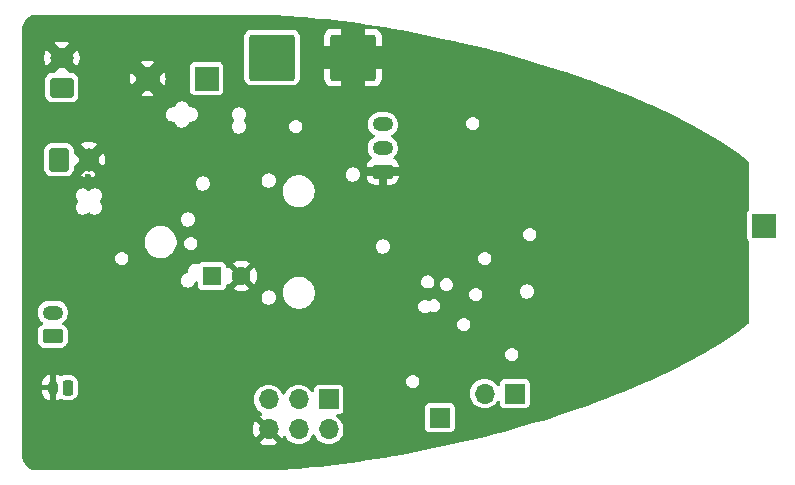
<source format=gbr>
%TF.GenerationSoftware,KiCad,Pcbnew,8.0.7*%
%TF.CreationDate,2025-06-14T22:59:41+12:00*%
%TF.ProjectId,heli_avionics,68656c69-5f61-4766-996f-6e6963732e6b,rev?*%
%TF.SameCoordinates,Original*%
%TF.FileFunction,Copper,L3,Inr*%
%TF.FilePolarity,Positive*%
%FSLAX46Y46*%
G04 Gerber Fmt 4.6, Leading zero omitted, Abs format (unit mm)*
G04 Created by KiCad (PCBNEW 8.0.7) date 2025-06-14 22:59:41*
%MOMM*%
%LPD*%
G01*
G04 APERTURE LIST*
G04 Aperture macros list*
%AMRoundRect*
0 Rectangle with rounded corners*
0 $1 Rounding radius*
0 $2 $3 $4 $5 $6 $7 $8 $9 X,Y pos of 4 corners*
0 Add a 4 corners polygon primitive as box body*
4,1,4,$2,$3,$4,$5,$6,$7,$8,$9,$2,$3,0*
0 Add four circle primitives for the rounded corners*
1,1,$1+$1,$2,$3*
1,1,$1+$1,$4,$5*
1,1,$1+$1,$6,$7*
1,1,$1+$1,$8,$9*
0 Add four rect primitives between the rounded corners*
20,1,$1+$1,$2,$3,$4,$5,0*
20,1,$1+$1,$4,$5,$6,$7,0*
20,1,$1+$1,$6,$7,$8,$9,0*
20,1,$1+$1,$8,$9,$2,$3,0*%
G04 Aperture macros list end*
%TA.AperFunction,ComponentPad*%
%ADD10RoundRect,0.250000X0.625000X-0.350000X0.625000X0.350000X-0.625000X0.350000X-0.625000X-0.350000X0*%
%TD*%
%TA.AperFunction,ComponentPad*%
%ADD11O,1.750000X1.200000*%
%TD*%
%TA.AperFunction,ComponentPad*%
%ADD12RoundRect,0.250002X-1.699998X-1.699998X1.699998X-1.699998X1.699998X1.699998X-1.699998X1.699998X0*%
%TD*%
%TA.AperFunction,ComponentPad*%
%ADD13R,1.700000X1.700000*%
%TD*%
%TA.AperFunction,ComponentPad*%
%ADD14O,1.700000X1.700000*%
%TD*%
%TA.AperFunction,ComponentPad*%
%ADD15RoundRect,0.250000X-0.600000X-0.750000X0.600000X-0.750000X0.600000X0.750000X-0.600000X0.750000X0*%
%TD*%
%TA.AperFunction,ComponentPad*%
%ADD16O,1.700000X2.000000*%
%TD*%
%TA.AperFunction,HeatsinkPad*%
%ADD17C,0.600000*%
%TD*%
%TA.AperFunction,ComponentPad*%
%ADD18RoundRect,0.225000X0.225000X0.425000X-0.225000X0.425000X-0.225000X-0.425000X0.225000X-0.425000X0*%
%TD*%
%TA.AperFunction,ComponentPad*%
%ADD19O,0.900000X1.300000*%
%TD*%
%TA.AperFunction,ComponentPad*%
%ADD20RoundRect,0.250000X0.750000X-0.600000X0.750000X0.600000X-0.750000X0.600000X-0.750000X-0.600000X0*%
%TD*%
%TA.AperFunction,ComponentPad*%
%ADD21O,2.000000X1.700000*%
%TD*%
%TA.AperFunction,ComponentPad*%
%ADD22RoundRect,0.250001X-0.799999X-0.799999X0.799999X-0.799999X0.799999X0.799999X-0.799999X0.799999X0*%
%TD*%
%TA.AperFunction,ComponentPad*%
%ADD23R,1.600000X1.600000*%
%TD*%
%TA.AperFunction,ComponentPad*%
%ADD24C,1.600000*%
%TD*%
%TA.AperFunction,ComponentPad*%
%ADD25C,0.650000*%
%TD*%
%TA.AperFunction,ComponentPad*%
%ADD26R,2.000000X2.000000*%
%TD*%
%TA.AperFunction,ComponentPad*%
%ADD27C,2.000000*%
%TD*%
%TA.AperFunction,ViaPad*%
%ADD28C,0.600000*%
%TD*%
%TA.AperFunction,ViaPad*%
%ADD29C,0.500000*%
%TD*%
G04 APERTURE END LIST*
D10*
%TO.N,GND*%
%TO.C,J5*%
X130810000Y-113538000D03*
D11*
%TO.N,/Power circuits/VREG_EN*%
X130810000Y-111538000D03*
%TO.N,+BATT*%
X130810000Y-109538000D03*
%TD*%
D12*
%TO.N,+BATT*%
%TO.C,J6*%
X121412000Y-103886000D03*
%TD*%
D13*
%TO.N,/I2C_SCL*%
%TO.C,J9*%
X141986000Y-132334000D03*
D14*
%TO.N,/I2C_SDA*%
X139446000Y-132334000D03*
%TD*%
D15*
%TO.N,Net-(J4-Pin_1)*%
%TO.C,J4*%
X103398000Y-112522000D03*
D16*
%TO.N,GND*%
X105898000Y-112522000D03*
%TD*%
D17*
%TO.N,GND*%
%TO.C,U2*%
X146612000Y-117910000D03*
X147512000Y-117910000D03*
X147512000Y-118810000D03*
%TD*%
D18*
%TO.N,Net-(J7-Pin_1)*%
%TO.C,J7*%
X104140000Y-131826000D03*
D19*
%TO.N,GND*%
X102890000Y-131826000D03*
%TD*%
D20*
%TO.N,Net-(J3-Pin_1)*%
%TO.C,J3*%
X103632000Y-106426000D03*
D21*
%TO.N,GND*%
X103632000Y-103926000D03*
%TD*%
D10*
%TO.N,Net-(J2-Pin_1)*%
%TO.C,J2*%
X102870000Y-127476000D03*
D11*
%TO.N,Net-(J2-Pin_2)*%
X102870000Y-125476000D03*
%TD*%
D22*
%TO.N,Net-(AE1-A)*%
%TO.C,AE1*%
X163068000Y-118110000D03*
%TD*%
D12*
%TO.N,GND*%
%TO.C,J8*%
X128270000Y-103886000D03*
%TD*%
D13*
%TO.N,Net-(J10-Pin_1)*%
%TO.C,J10*%
X135636000Y-134366000D03*
%TD*%
D23*
%TO.N,+BATT*%
%TO.C,C23*%
X116332000Y-122377750D03*
D24*
%TO.N,GND*%
X118832000Y-122377750D03*
%TD*%
D25*
%TO.N,GND*%
%TO.C,U4*%
X112842000Y-113948000D03*
X112842000Y-114878000D03*
%TD*%
%TO.N,GND*%
%TO.C,U8*%
X105476000Y-120432000D03*
X105476000Y-121362000D03*
%TD*%
%TO.N,GND*%
%TO.C,U3*%
X110998000Y-126997750D03*
X110998000Y-127927750D03*
%TD*%
D26*
%TO.N,+BATT*%
%TO.C,C24*%
X115905677Y-105664000D03*
D27*
%TO.N,GND*%
X110905677Y-105664000D03*
%TD*%
D13*
%TO.N,/PA0*%
%TO.C,J1*%
X126223000Y-132837000D03*
D14*
%TO.N,/PA1*%
X126223000Y-135377000D03*
%TO.N,Net-(J1-Pin_3)*%
X123683000Y-132837000D03*
%TO.N,Net-(J1-Pin_4)*%
X123683000Y-135377000D03*
%TO.N,VCC*%
X121143000Y-132837000D03*
%TO.N,GND*%
X121143000Y-135377000D03*
%TD*%
D28*
%TO.N,GND*%
X142988000Y-122174000D03*
D29*
X139510000Y-123680000D03*
D28*
X105232200Y-123164600D03*
X105664000Y-122402600D03*
X112725200Y-116560600D03*
X112268000Y-115824000D03*
X105918000Y-119126000D03*
X145034000Y-128016000D03*
X145288000Y-116332000D03*
D29*
X134366000Y-131318000D03*
D28*
X119380000Y-111252000D03*
X125730000Y-113284000D03*
X111760000Y-107442000D03*
X115824000Y-123952000D03*
D29*
X142240000Y-128270000D03*
D28*
X157988000Y-121920000D03*
X113792000Y-133858000D03*
X106426000Y-105156000D03*
X125476000Y-104648000D03*
X110871000Y-107467400D03*
X105820000Y-114010000D03*
X104960000Y-114100000D03*
X137922000Y-103886000D03*
X105410000Y-103378000D03*
X129286000Y-106680000D03*
X131064000Y-104648000D03*
X113157000Y-115798600D03*
X148336000Y-115062000D03*
X105410000Y-104902000D03*
X120396000Y-110998000D03*
X152908000Y-129185500D03*
X111328200Y-108204000D03*
X149860000Y-111252000D03*
X149860000Y-110236000D03*
X125730000Y-109982000D03*
X110347800Y-129015150D03*
D29*
X135080000Y-124060000D03*
X143256000Y-110744000D03*
D28*
X115138750Y-112598750D03*
X114808000Y-124917750D03*
X138176000Y-108204000D03*
X120142000Y-131572000D03*
X130175000Y-121031000D03*
X128270000Y-106680000D03*
X153954500Y-116362500D03*
D29*
X142250000Y-118770000D03*
D28*
X151638000Y-112522000D03*
D29*
X117348000Y-131318000D03*
D28*
X107100000Y-113240000D03*
X144018000Y-123444000D03*
X104343200Y-123164600D03*
X111236800Y-128989750D03*
X139700000Y-125984000D03*
D29*
X138430000Y-126746000D03*
D28*
X113030000Y-112916000D03*
X131064000Y-103378000D03*
D29*
X140110000Y-121510000D03*
D28*
X148844000Y-125375500D03*
X120243600Y-123291600D03*
D29*
X133858000Y-123190000D03*
D28*
X110805000Y-129751750D03*
X159512000Y-116332000D03*
D29*
X140880000Y-129120000D03*
D28*
X151384000Y-129947500D03*
D29*
X122428000Y-109728000D03*
X139446000Y-109474000D03*
X143002000Y-114554000D03*
D28*
X127254000Y-106680000D03*
X144526000Y-110967500D03*
X106690000Y-113990000D03*
X105918000Y-104140000D03*
X157988000Y-123698000D03*
X133496000Y-124714000D03*
X109916000Y-129751750D03*
X125476000Y-103378000D03*
X110439200Y-108204000D03*
X123444000Y-106934000D03*
X104775000Y-122428000D03*
X131572000Y-119380000D03*
X120142000Y-114554000D03*
X139192000Y-104902000D03*
X111836200Y-116560600D03*
D29*
X104394000Y-136652000D03*
D28*
X151892000Y-129185500D03*
X114046000Y-116586000D03*
X109220000Y-123698000D03*
X116332000Y-115062000D03*
D29*
X114046000Y-118872000D03*
D28*
X114808000Y-123698000D03*
D29*
X135950000Y-122320000D03*
D28*
X145034000Y-124206000D03*
D29*
X132588000Y-136398000D03*
X109728000Y-120396000D03*
D28*
X107696000Y-118872000D03*
D29*
X134330000Y-124100000D03*
%TD*%
%TA.AperFunction,Conductor*%
%TO.N,GND*%
G36*
X120049635Y-100250503D02*
G01*
X120495207Y-100253754D01*
X120496891Y-100253778D01*
X120964248Y-100263537D01*
X120965715Y-100263576D01*
X121455270Y-100279894D01*
X121456578Y-100279944D01*
X121967840Y-100302871D01*
X121968889Y-100302924D01*
X122500894Y-100332494D01*
X122501900Y-100332556D01*
X123053430Y-100368778D01*
X123054578Y-100368858D01*
X123625388Y-100411794D01*
X123626361Y-100411872D01*
X124215493Y-100461547D01*
X124216234Y-100461612D01*
X124822882Y-100518054D01*
X124823649Y-100518129D01*
X125447076Y-100581371D01*
X125447913Y-100581460D01*
X126087251Y-100651523D01*
X126087851Y-100651590D01*
X126742539Y-100728526D01*
X126743328Y-100728622D01*
X127269172Y-100794495D01*
X127412183Y-100812410D01*
X127413105Y-100812529D01*
X128095794Y-100903252D01*
X128096312Y-100903323D01*
X128791921Y-101000992D01*
X128792764Y-101001113D01*
X129193050Y-101060295D01*
X129500527Y-101105755D01*
X129501417Y-101105890D01*
X129836571Y-101157921D01*
X130039782Y-101189468D01*
X130103008Y-101219204D01*
X130117472Y-101242275D01*
X130127191Y-101231809D01*
X130194868Y-101214440D01*
X130209620Y-101215834D01*
X130220471Y-101217518D01*
X130221187Y-101217632D01*
X130950941Y-101336303D01*
X130951711Y-101336431D01*
X131691483Y-101462185D01*
X131691921Y-101462260D01*
X132440878Y-101595116D01*
X132441576Y-101595242D01*
X133198698Y-101735179D01*
X133199509Y-101735333D01*
X133964166Y-101882403D01*
X133964960Y-101882559D01*
X134736627Y-102036836D01*
X134737300Y-102036974D01*
X135515127Y-102198468D01*
X135515697Y-102198589D01*
X136298747Y-102367291D01*
X136299494Y-102367455D01*
X136960208Y-102515064D01*
X137087187Y-102543433D01*
X137088122Y-102543646D01*
X137879471Y-102726873D01*
X137880262Y-102727059D01*
X138674646Y-102917595D01*
X138675463Y-102917794D01*
X139050733Y-103011000D01*
X139472199Y-103115680D01*
X139473177Y-103115927D01*
X140271529Y-103321200D01*
X140272196Y-103321375D01*
X141071364Y-103534052D01*
X141072301Y-103534305D01*
X141871457Y-103754393D01*
X141872238Y-103754612D01*
X142692353Y-103988389D01*
X142693181Y-103988629D01*
X143511572Y-104229981D01*
X143512651Y-104230305D01*
X144328361Y-104478943D01*
X144329440Y-104479277D01*
X145141759Y-104734992D01*
X145142772Y-104735316D01*
X145951093Y-104997935D01*
X145951952Y-104998218D01*
X146626397Y-105224254D01*
X146755032Y-105267365D01*
X146756119Y-105267735D01*
X147553084Y-105543150D01*
X147554064Y-105543494D01*
X148162688Y-105760313D01*
X148343988Y-105824900D01*
X148345105Y-105825303D01*
X149127251Y-106112487D01*
X149128234Y-106112854D01*
X149901702Y-106405551D01*
X149902697Y-106405933D01*
X150666485Y-106703837D01*
X150667595Y-106704277D01*
X151420776Y-107007105D01*
X151421821Y-107007532D01*
X152163491Y-107315012D01*
X152164611Y-107315483D01*
X152779256Y-107578328D01*
X152893998Y-107627396D01*
X152895305Y-107627964D01*
X153514345Y-107901160D01*
X153611318Y-107943956D01*
X153612667Y-107944562D01*
X154270896Y-108244530D01*
X154314340Y-108264328D01*
X154315736Y-108264974D01*
X155002677Y-108588471D01*
X155003956Y-108589084D01*
X155674798Y-108915824D01*
X155676174Y-108916506D01*
X156329926Y-109246160D01*
X156330093Y-109246244D01*
X156331690Y-109247064D01*
X156967761Y-109579503D01*
X156969358Y-109580353D01*
X157586813Y-109915286D01*
X157588392Y-109916160D01*
X158186246Y-110253255D01*
X158188061Y-110254299D01*
X158765224Y-110593160D01*
X158767077Y-110594270D01*
X159322908Y-110934753D01*
X159324922Y-110936015D01*
X159809101Y-111246170D01*
X159858210Y-111277628D01*
X159860446Y-111279095D01*
X160370458Y-111621636D01*
X160372779Y-111623235D01*
X160665288Y-111829839D01*
X160858487Y-111966299D01*
X160861055Y-111968162D01*
X161321587Y-112311435D01*
X161324337Y-112313545D01*
X161464988Y-112424632D01*
X161750857Y-112650414D01*
X161791265Y-112707412D01*
X161798000Y-112747723D01*
X161798000Y-116808692D01*
X161778315Y-116875731D01*
X161761681Y-116896373D01*
X161749923Y-116908130D01*
X161749917Y-116908138D01*
X161666255Y-117049604D01*
X161666253Y-117049607D01*
X161620402Y-117207426D01*
X161620401Y-117207432D01*
X161617500Y-117244298D01*
X161617500Y-118975701D01*
X161620401Y-119012567D01*
X161620402Y-119012573D01*
X161666253Y-119170392D01*
X161666255Y-119170395D01*
X161732445Y-119282318D01*
X161749919Y-119311864D01*
X161761680Y-119323625D01*
X161795165Y-119384945D01*
X161798000Y-119411307D01*
X161798000Y-126352274D01*
X161778315Y-126419313D01*
X161750856Y-126449584D01*
X161324337Y-126786452D01*
X161321587Y-126788562D01*
X160861055Y-127131835D01*
X160858487Y-127133698D01*
X160372820Y-127476734D01*
X160370418Y-127478389D01*
X159860460Y-127820893D01*
X159858210Y-127822369D01*
X159324973Y-128163950D01*
X159322859Y-128165275D01*
X158767143Y-128505687D01*
X158765152Y-128506880D01*
X158188069Y-128845693D01*
X158186191Y-128846774D01*
X158112566Y-128888287D01*
X157588486Y-129183785D01*
X157586740Y-129184751D01*
X156969404Y-129519619D01*
X156967716Y-129520518D01*
X156331698Y-129852929D01*
X156330093Y-129853753D01*
X155676251Y-130183453D01*
X155674717Y-130184213D01*
X155004053Y-130510866D01*
X155002586Y-130511569D01*
X154315749Y-130835017D01*
X154314340Y-130835669D01*
X153612674Y-131155432D01*
X153611318Y-131156041D01*
X152895307Y-131472032D01*
X152893998Y-131472601D01*
X152164677Y-131784486D01*
X152163409Y-131785019D01*
X151421918Y-132092425D01*
X151420687Y-132092928D01*
X150667640Y-132395702D01*
X150666441Y-132396177D01*
X149902786Y-132694029D01*
X149901615Y-132694479D01*
X149128321Y-132987110D01*
X149127174Y-132987538D01*
X148345115Y-133274690D01*
X148343988Y-133275097D01*
X147554131Y-133556479D01*
X147553020Y-133556869D01*
X146756130Y-133832258D01*
X146755032Y-133832632D01*
X145952059Y-134101743D01*
X145950970Y-134102102D01*
X145142806Y-134364670D01*
X145141724Y-134365016D01*
X144329440Y-134620720D01*
X144328361Y-134621054D01*
X143512651Y-134869692D01*
X143511573Y-134870016D01*
X142693311Y-135111331D01*
X142692228Y-135111645D01*
X141872368Y-135345350D01*
X141871299Y-135345649D01*
X141072352Y-135565678D01*
X141071317Y-135565958D01*
X140272396Y-135778569D01*
X140271386Y-135778834D01*
X139473188Y-135984067D01*
X139472199Y-135984317D01*
X138675529Y-136182187D01*
X138674560Y-136182423D01*
X137880343Y-136372918D01*
X137879393Y-136373142D01*
X137088122Y-136556351D01*
X137087187Y-136556564D01*
X136299584Y-136732522D01*
X136298664Y-136732724D01*
X135515862Y-136901373D01*
X135514954Y-136901565D01*
X134737413Y-137063000D01*
X134736515Y-137063183D01*
X133965000Y-137217430D01*
X133964110Y-137217604D01*
X133199550Y-137364656D01*
X133198667Y-137364823D01*
X132441661Y-137504739D01*
X132440782Y-137504898D01*
X131692130Y-137637700D01*
X131691252Y-137637852D01*
X130951744Y-137763560D01*
X130950867Y-137763706D01*
X130221252Y-137882354D01*
X130220371Y-137882494D01*
X129501413Y-137994107D01*
X129500527Y-137994242D01*
X128792783Y-138098881D01*
X128791889Y-138099009D01*
X128096510Y-138196647D01*
X128095603Y-138196771D01*
X127413105Y-138287468D01*
X127412183Y-138287587D01*
X126743420Y-138371363D01*
X126742479Y-138371478D01*
X126088011Y-138448388D01*
X126087047Y-138448497D01*
X125447995Y-138518528D01*
X125447002Y-138518633D01*
X124823781Y-138581855D01*
X124822753Y-138581955D01*
X124216415Y-138638368D01*
X124215346Y-138638463D01*
X123626422Y-138688120D01*
X123625305Y-138688209D01*
X123054590Y-138731138D01*
X123053415Y-138731220D01*
X122502030Y-138767433D01*
X122500786Y-138767509D01*
X121969035Y-138797065D01*
X121967708Y-138797132D01*
X121456631Y-138820050D01*
X121455207Y-138820105D01*
X120965754Y-138836419D01*
X120964212Y-138836461D01*
X120496884Y-138846220D01*
X120495200Y-138846244D01*
X120049624Y-138849497D01*
X120048719Y-138849500D01*
X101554875Y-138849500D01*
X101545146Y-138849118D01*
X101356440Y-138834266D01*
X101337222Y-138831222D01*
X101157921Y-138788176D01*
X101139415Y-138782163D01*
X100969053Y-138711596D01*
X100951716Y-138702762D01*
X100794495Y-138606417D01*
X100778753Y-138594980D01*
X100638535Y-138475222D01*
X100624777Y-138461464D01*
X100505019Y-138321246D01*
X100493582Y-138305504D01*
X100397237Y-138148283D01*
X100388403Y-138130946D01*
X100345057Y-138026301D01*
X100317833Y-137960577D01*
X100311825Y-137942085D01*
X100268776Y-137762772D01*
X100265733Y-137743559D01*
X100257407Y-137637770D01*
X100250882Y-137554853D01*
X100250500Y-137545124D01*
X100250500Y-135376998D01*
X119787843Y-135376998D01*
X119787843Y-135377001D01*
X119808430Y-135612315D01*
X119808432Y-135612326D01*
X119869566Y-135840483D01*
X119869570Y-135840492D01*
X119969398Y-136054576D01*
X120028073Y-136138372D01*
X120660037Y-135506408D01*
X120677075Y-135569993D01*
X120742901Y-135684007D01*
X120835993Y-135777099D01*
X120950007Y-135842925D01*
X121013591Y-135859962D01*
X120381626Y-136491926D01*
X120465417Y-136550598D01*
X120465421Y-136550600D01*
X120679507Y-136650429D01*
X120679516Y-136650433D01*
X120907673Y-136711567D01*
X120907684Y-136711569D01*
X121142998Y-136732157D01*
X121143002Y-136732157D01*
X121378315Y-136711569D01*
X121378326Y-136711567D01*
X121606483Y-136650433D01*
X121606492Y-136650429D01*
X121820580Y-136550599D01*
X121904371Y-136491925D01*
X121272408Y-135859962D01*
X121335993Y-135842925D01*
X121450007Y-135777099D01*
X121543099Y-135684007D01*
X121608925Y-135569993D01*
X121625962Y-135506408D01*
X122257925Y-136138371D01*
X122316599Y-136054580D01*
X122355509Y-135971136D01*
X122401681Y-135918696D01*
X122468874Y-135899543D01*
X122535756Y-135919758D01*
X122580273Y-135971133D01*
X122595895Y-136004633D01*
X122595898Y-136004639D01*
X122721402Y-136183877D01*
X122876123Y-136338598D01*
X123055361Y-136464102D01*
X123253670Y-136556575D01*
X123465023Y-136613207D01*
X123647926Y-136629208D01*
X123682998Y-136632277D01*
X123683000Y-136632277D01*
X123683002Y-136632277D01*
X123711254Y-136629805D01*
X123900977Y-136613207D01*
X124112330Y-136556575D01*
X124310639Y-136464102D01*
X124489877Y-136338598D01*
X124644598Y-136183877D01*
X124770102Y-136004639D01*
X124840618Y-135853414D01*
X124886790Y-135800977D01*
X124953984Y-135781825D01*
X125020865Y-135802041D01*
X125065381Y-135853414D01*
X125135898Y-136004639D01*
X125261402Y-136183877D01*
X125416123Y-136338598D01*
X125595361Y-136464102D01*
X125793670Y-136556575D01*
X126005023Y-136613207D01*
X126187926Y-136629208D01*
X126222998Y-136632277D01*
X126223000Y-136632277D01*
X126223002Y-136632277D01*
X126251254Y-136629805D01*
X126440977Y-136613207D01*
X126652330Y-136556575D01*
X126850639Y-136464102D01*
X127029877Y-136338598D01*
X127184598Y-136183877D01*
X127310102Y-136004639D01*
X127402575Y-135806330D01*
X127459207Y-135594977D01*
X127478277Y-135377000D01*
X127459207Y-135159023D01*
X127420767Y-135015564D01*
X127402577Y-134947677D01*
X127402576Y-134947676D01*
X127402575Y-134947670D01*
X127310102Y-134749362D01*
X127310100Y-134749359D01*
X127310099Y-134749357D01*
X127184599Y-134570124D01*
X127109520Y-134495045D01*
X127029877Y-134415402D01*
X126883733Y-134313071D01*
X126840112Y-134258497D01*
X126832919Y-134188998D01*
X126864441Y-134126644D01*
X126924671Y-134091230D01*
X126954859Y-134087499D01*
X127104518Y-134087499D01*
X127198304Y-134072646D01*
X127311342Y-134015050D01*
X127401050Y-133925342D01*
X127458646Y-133812304D01*
X127458646Y-133812302D01*
X127458647Y-133812301D01*
X127473499Y-133718524D01*
X127473500Y-133718519D01*
X127473500Y-133484475D01*
X134385500Y-133484475D01*
X134385500Y-135247517D01*
X134388325Y-135265351D01*
X134400354Y-135341304D01*
X134457950Y-135454342D01*
X134457952Y-135454344D01*
X134457954Y-135454347D01*
X134547652Y-135544045D01*
X134547654Y-135544046D01*
X134547658Y-135544050D01*
X134660694Y-135601645D01*
X134660698Y-135601647D01*
X134754475Y-135616499D01*
X134754481Y-135616500D01*
X136517518Y-135616499D01*
X136611304Y-135601646D01*
X136724342Y-135544050D01*
X136814050Y-135454342D01*
X136871646Y-135341304D01*
X136871646Y-135341302D01*
X136871647Y-135341301D01*
X136886499Y-135247524D01*
X136886500Y-135247519D01*
X136886499Y-133484482D01*
X136871646Y-133390696D01*
X136814050Y-133277658D01*
X136814046Y-133277654D01*
X136814045Y-133277652D01*
X136724347Y-133187954D01*
X136724344Y-133187952D01*
X136724342Y-133187950D01*
X136647517Y-133148805D01*
X136611301Y-133130352D01*
X136517524Y-133115500D01*
X134754482Y-133115500D01*
X134673519Y-133128323D01*
X134660696Y-133130354D01*
X134547658Y-133187950D01*
X134547657Y-133187951D01*
X134547652Y-133187954D01*
X134457954Y-133277652D01*
X134457951Y-133277657D01*
X134457950Y-133277658D01*
X134438751Y-133315337D01*
X134400352Y-133390698D01*
X134385500Y-133484475D01*
X127473500Y-133484475D01*
X127473499Y-132333997D01*
X138190723Y-132333997D01*
X138190723Y-132334002D01*
X138209793Y-132551975D01*
X138209793Y-132551979D01*
X138266422Y-132763322D01*
X138266424Y-132763326D01*
X138266425Y-132763330D01*
X138300778Y-132837000D01*
X138358897Y-132961638D01*
X138383998Y-132997486D01*
X138484402Y-133140877D01*
X138639123Y-133295598D01*
X138818361Y-133421102D01*
X139016670Y-133513575D01*
X139228023Y-133570207D01*
X139410926Y-133586208D01*
X139445998Y-133589277D01*
X139446000Y-133589277D01*
X139446002Y-133589277D01*
X139474254Y-133586805D01*
X139663977Y-133570207D01*
X139875330Y-133513575D01*
X140073639Y-133421102D01*
X140252877Y-133295598D01*
X140407598Y-133140877D01*
X140509928Y-132994734D01*
X140564502Y-132951112D01*
X140634000Y-132943918D01*
X140696355Y-132975441D01*
X140731769Y-133035670D01*
X140735500Y-133065859D01*
X140735500Y-133215517D01*
X140745341Y-133277652D01*
X140750354Y-133309304D01*
X140807950Y-133422342D01*
X140807952Y-133422344D01*
X140807954Y-133422347D01*
X140897652Y-133512045D01*
X140897654Y-133512046D01*
X140897658Y-133512050D01*
X141010694Y-133569645D01*
X141010698Y-133569647D01*
X141104475Y-133584499D01*
X141104481Y-133584500D01*
X142867518Y-133584499D01*
X142961304Y-133569646D01*
X143074342Y-133512050D01*
X143164050Y-133422342D01*
X143221646Y-133309304D01*
X143221646Y-133309302D01*
X143221647Y-133309301D01*
X143236499Y-133215524D01*
X143236500Y-133215519D01*
X143236499Y-131452482D01*
X143221646Y-131358696D01*
X143164050Y-131245658D01*
X143164046Y-131245654D01*
X143164045Y-131245652D01*
X143074347Y-131155954D01*
X143074344Y-131155952D01*
X143074342Y-131155950D01*
X142997517Y-131116805D01*
X142961301Y-131098352D01*
X142867524Y-131083500D01*
X141104482Y-131083500D01*
X141023519Y-131096323D01*
X141010696Y-131098354D01*
X140897658Y-131155950D01*
X140897657Y-131155951D01*
X140897652Y-131155954D01*
X140807954Y-131245652D01*
X140807951Y-131245657D01*
X140807950Y-131245658D01*
X140788751Y-131283337D01*
X140750352Y-131358698D01*
X140735500Y-131452475D01*
X140735500Y-131602138D01*
X140715815Y-131669177D01*
X140663011Y-131714932D01*
X140593853Y-131724876D01*
X140530297Y-131695851D01*
X140509925Y-131673261D01*
X140407599Y-131527124D01*
X140332950Y-131452475D01*
X140252877Y-131372402D01*
X140073639Y-131246898D01*
X140073640Y-131246898D01*
X140073638Y-131246897D01*
X139934885Y-131182196D01*
X139875330Y-131154425D01*
X139875326Y-131154424D01*
X139875322Y-131154422D01*
X139663977Y-131097793D01*
X139446002Y-131078723D01*
X139445998Y-131078723D01*
X139300682Y-131091436D01*
X139228023Y-131097793D01*
X139228020Y-131097793D01*
X139016677Y-131154422D01*
X139016670Y-131154424D01*
X139016670Y-131154425D01*
X138991631Y-131166100D01*
X138818361Y-131246898D01*
X138818357Y-131246900D01*
X138639121Y-131372402D01*
X138484402Y-131527121D01*
X138358900Y-131706357D01*
X138358898Y-131706361D01*
X138266426Y-131904668D01*
X138266422Y-131904677D01*
X138209793Y-132116020D01*
X138209793Y-132116023D01*
X138206445Y-132154287D01*
X138190723Y-132333997D01*
X127473499Y-132333997D01*
X127473499Y-131955482D01*
X127458646Y-131861696D01*
X127401050Y-131748658D01*
X127401046Y-131748654D01*
X127401045Y-131748652D01*
X127311347Y-131658954D01*
X127311344Y-131658952D01*
X127311342Y-131658950D01*
X127223241Y-131614060D01*
X127198301Y-131601352D01*
X127104524Y-131586500D01*
X125341482Y-131586500D01*
X125260519Y-131599323D01*
X125247696Y-131601354D01*
X125134658Y-131658950D01*
X125134657Y-131658951D01*
X125134652Y-131658954D01*
X125044954Y-131748652D01*
X125044951Y-131748657D01*
X125044950Y-131748658D01*
X125030880Y-131776272D01*
X124987352Y-131861698D01*
X124972500Y-131955475D01*
X124972500Y-132105138D01*
X124952815Y-132172177D01*
X124900011Y-132217932D01*
X124830853Y-132227876D01*
X124767297Y-132198851D01*
X124746925Y-132176261D01*
X124644599Y-132030124D01*
X124569950Y-131955475D01*
X124489877Y-131875402D01*
X124310639Y-131749898D01*
X124310640Y-131749898D01*
X124310638Y-131749897D01*
X124146290Y-131673261D01*
X124112330Y-131657425D01*
X124112326Y-131657424D01*
X124112322Y-131657422D01*
X123900977Y-131600793D01*
X123683002Y-131581723D01*
X123682998Y-131581723D01*
X123537682Y-131594436D01*
X123465023Y-131600793D01*
X123465020Y-131600793D01*
X123253677Y-131657422D01*
X123253670Y-131657424D01*
X123253670Y-131657425D01*
X123250391Y-131658954D01*
X123055361Y-131749898D01*
X123055357Y-131749900D01*
X122876121Y-131875402D01*
X122721402Y-132030121D01*
X122595900Y-132209357D01*
X122595898Y-132209361D01*
X122525382Y-132360583D01*
X122479209Y-132413022D01*
X122412016Y-132432174D01*
X122345135Y-132411958D01*
X122300618Y-132360583D01*
X122273815Y-132303105D01*
X122230102Y-132209362D01*
X122230100Y-132209359D01*
X122230099Y-132209357D01*
X122104599Y-132030124D01*
X122029950Y-131955475D01*
X121949877Y-131875402D01*
X121770639Y-131749898D01*
X121770640Y-131749898D01*
X121770638Y-131749897D01*
X121606290Y-131673261D01*
X121572330Y-131657425D01*
X121572326Y-131657424D01*
X121572322Y-131657422D01*
X121360977Y-131600793D01*
X121143002Y-131581723D01*
X121142998Y-131581723D01*
X120997682Y-131594436D01*
X120925023Y-131600793D01*
X120925020Y-131600793D01*
X120713677Y-131657422D01*
X120713670Y-131657424D01*
X120713670Y-131657425D01*
X120710391Y-131658954D01*
X120515361Y-131749898D01*
X120515357Y-131749900D01*
X120336121Y-131875402D01*
X120181402Y-132030121D01*
X120055900Y-132209357D01*
X120055898Y-132209361D01*
X119963426Y-132407668D01*
X119963422Y-132407677D01*
X119906793Y-132619020D01*
X119906793Y-132619024D01*
X119887723Y-132836997D01*
X119887723Y-132837002D01*
X119891179Y-132876499D01*
X119906780Y-133054833D01*
X119906793Y-133054975D01*
X119906793Y-133054979D01*
X119963422Y-133266322D01*
X119963424Y-133266326D01*
X119963425Y-133266330D01*
X119977071Y-133295593D01*
X120055897Y-133464638D01*
X120080998Y-133500486D01*
X120181402Y-133643877D01*
X120336123Y-133798598D01*
X120515361Y-133924102D01*
X120548867Y-133939726D01*
X120601305Y-133985896D01*
X120620457Y-134053090D01*
X120600242Y-134119971D01*
X120548866Y-134164489D01*
X120465423Y-134203399D01*
X120465421Y-134203400D01*
X120381627Y-134262073D01*
X120381626Y-134262073D01*
X121013591Y-134894037D01*
X120950007Y-134911075D01*
X120835993Y-134976901D01*
X120742901Y-135069993D01*
X120677075Y-135184007D01*
X120660037Y-135247590D01*
X120028073Y-134615626D01*
X120028073Y-134615627D01*
X119969400Y-134699421D01*
X119969399Y-134699423D01*
X119869570Y-134913507D01*
X119869566Y-134913516D01*
X119808432Y-135141673D01*
X119808430Y-135141684D01*
X119787843Y-135376998D01*
X100250500Y-135376998D01*
X100250500Y-132119571D01*
X101940000Y-132119571D01*
X101976506Y-132303097D01*
X101976508Y-132303105D01*
X102048119Y-132475991D01*
X102048124Y-132476000D01*
X102152086Y-132631589D01*
X102152089Y-132631593D01*
X102284406Y-132763910D01*
X102284410Y-132763913D01*
X102439999Y-132867875D01*
X102440012Y-132867882D01*
X102612889Y-132939489D01*
X102612896Y-132939491D01*
X102640000Y-132944882D01*
X102640000Y-132076000D01*
X101940000Y-132076000D01*
X101940000Y-132119571D01*
X100250500Y-132119571D01*
X100250500Y-131776272D01*
X102640000Y-131776272D01*
X102640000Y-131875728D01*
X102678060Y-131967614D01*
X102748386Y-132037940D01*
X102840272Y-132076000D01*
X102939728Y-132076000D01*
X103031614Y-132037940D01*
X103101940Y-131967614D01*
X103140000Y-131875728D01*
X103140000Y-132944881D01*
X103167103Y-132939491D01*
X103167110Y-132939489D01*
X103339987Y-132867882D01*
X103339994Y-132867878D01*
X103457918Y-132789083D01*
X103524596Y-132768205D01*
X103589931Y-132785453D01*
X103664610Y-132829618D01*
X103816373Y-132873709D01*
X103851837Y-132876500D01*
X104428162Y-132876499D01*
X104463627Y-132873709D01*
X104615390Y-132829618D01*
X104751420Y-132749170D01*
X104863170Y-132637420D01*
X104943618Y-132501390D01*
X104987709Y-132349627D01*
X104990500Y-132314163D01*
X104990499Y-131337838D01*
X104988938Y-131317999D01*
X132794750Y-131317999D01*
X132794750Y-131318000D01*
X132813670Y-131461708D01*
X132813671Y-131461712D01*
X132869137Y-131595622D01*
X132869138Y-131595624D01*
X132869139Y-131595625D01*
X132957379Y-131710621D01*
X133072375Y-131798861D01*
X133206291Y-131854330D01*
X133333280Y-131871048D01*
X133349999Y-131873250D01*
X133350000Y-131873250D01*
X133350001Y-131873250D01*
X133364977Y-131871278D01*
X133493709Y-131854330D01*
X133627625Y-131798861D01*
X133742621Y-131710621D01*
X133830861Y-131595625D01*
X133886330Y-131461709D01*
X133905250Y-131318000D01*
X133903192Y-131302372D01*
X133895889Y-131246897D01*
X133886330Y-131174291D01*
X133830861Y-131040375D01*
X133742621Y-130925379D01*
X133627625Y-130837139D01*
X133627624Y-130837138D01*
X133627622Y-130837137D01*
X133493712Y-130781671D01*
X133493710Y-130781670D01*
X133493709Y-130781670D01*
X133421854Y-130772210D01*
X133350001Y-130762750D01*
X133349999Y-130762750D01*
X133206291Y-130781670D01*
X133206287Y-130781671D01*
X133072377Y-130837137D01*
X132957379Y-130925379D01*
X132869137Y-131040377D01*
X132813671Y-131174287D01*
X132813670Y-131174291D01*
X132794750Y-131317999D01*
X104988938Y-131317999D01*
X104987709Y-131302373D01*
X104943618Y-131150610D01*
X104866618Y-131020410D01*
X104863172Y-131014583D01*
X104863165Y-131014574D01*
X104751425Y-130902834D01*
X104751416Y-130902827D01*
X104615390Y-130822382D01*
X104615385Y-130822380D01*
X104463633Y-130778292D01*
X104463620Y-130778290D01*
X104428163Y-130775500D01*
X103851849Y-130775500D01*
X103851824Y-130775501D01*
X103816372Y-130778291D01*
X103664614Y-130822380D01*
X103664611Y-130822381D01*
X103589930Y-130866547D01*
X103522206Y-130883728D01*
X103457919Y-130862916D01*
X103340000Y-130784124D01*
X103339991Y-130784119D01*
X103167103Y-130712507D01*
X103167100Y-130712506D01*
X103140000Y-130707115D01*
X103140000Y-131776272D01*
X103101940Y-131684386D01*
X103031614Y-131614060D01*
X102939728Y-131576000D01*
X102840272Y-131576000D01*
X102748386Y-131614060D01*
X102678060Y-131684386D01*
X102640000Y-131776272D01*
X100250500Y-131776272D01*
X100250500Y-131532428D01*
X101940000Y-131532428D01*
X101940000Y-131576000D01*
X102640000Y-131576000D01*
X102640000Y-130707116D01*
X102639999Y-130707115D01*
X102612899Y-130712506D01*
X102612896Y-130712507D01*
X102440008Y-130784119D01*
X102439999Y-130784124D01*
X102284410Y-130888086D01*
X102284406Y-130888089D01*
X102152089Y-131020406D01*
X102152086Y-131020410D01*
X102048124Y-131175999D01*
X102048119Y-131176008D01*
X101976508Y-131348894D01*
X101976506Y-131348902D01*
X101940000Y-131532428D01*
X100250500Y-131532428D01*
X100250500Y-129031999D01*
X141176750Y-129031999D01*
X141176750Y-129032000D01*
X141195670Y-129175708D01*
X141195671Y-129175712D01*
X141251137Y-129309622D01*
X141251138Y-129309624D01*
X141251139Y-129309625D01*
X141339379Y-129424621D01*
X141454375Y-129512861D01*
X141454376Y-129512861D01*
X141454377Y-129512862D01*
X141470690Y-129519619D01*
X141588291Y-129568330D01*
X141715280Y-129585048D01*
X141731999Y-129587250D01*
X141732000Y-129587250D01*
X141732001Y-129587250D01*
X141746977Y-129585278D01*
X141875709Y-129568330D01*
X142009625Y-129512861D01*
X142124621Y-129424621D01*
X142212861Y-129309625D01*
X142268330Y-129175709D01*
X142287250Y-129032000D01*
X142268330Y-128888291D01*
X142212861Y-128754375D01*
X142124621Y-128639379D01*
X142009625Y-128551139D01*
X142009624Y-128551138D01*
X142009622Y-128551137D01*
X141875712Y-128495671D01*
X141875710Y-128495670D01*
X141875709Y-128495670D01*
X141792362Y-128484697D01*
X141732001Y-128476750D01*
X141731999Y-128476750D01*
X141588291Y-128495670D01*
X141588287Y-128495671D01*
X141454377Y-128551137D01*
X141339379Y-128639379D01*
X141251137Y-128754377D01*
X141195671Y-128888287D01*
X141195670Y-128888291D01*
X141176750Y-129031999D01*
X100250500Y-129031999D01*
X100250500Y-125574543D01*
X101594499Y-125574543D01*
X101632947Y-125767829D01*
X101632950Y-125767839D01*
X101708364Y-125949907D01*
X101708371Y-125949920D01*
X101817860Y-126113781D01*
X101817863Y-126113785D01*
X101957217Y-126253139D01*
X102026955Y-126299736D01*
X102071760Y-126353348D01*
X102080467Y-126422673D01*
X102050313Y-126485700D01*
X101992663Y-126521913D01*
X101984607Y-126524253D01*
X101984603Y-126524255D01*
X101843137Y-126607917D01*
X101843129Y-126607923D01*
X101726923Y-126724129D01*
X101726917Y-126724137D01*
X101643255Y-126865603D01*
X101643254Y-126865606D01*
X101597402Y-127023426D01*
X101597401Y-127023432D01*
X101594500Y-127060298D01*
X101594500Y-127891701D01*
X101597401Y-127928567D01*
X101597402Y-127928573D01*
X101643254Y-128086393D01*
X101643255Y-128086396D01*
X101726917Y-128227862D01*
X101726923Y-128227870D01*
X101843129Y-128344076D01*
X101843133Y-128344079D01*
X101843135Y-128344081D01*
X101984602Y-128427744D01*
X102026224Y-128439836D01*
X102142426Y-128473597D01*
X102142429Y-128473597D01*
X102142431Y-128473598D01*
X102179306Y-128476500D01*
X102179314Y-128476500D01*
X103560686Y-128476500D01*
X103560694Y-128476500D01*
X103597569Y-128473598D01*
X103597571Y-128473597D01*
X103597573Y-128473597D01*
X103639191Y-128461505D01*
X103755398Y-128427744D01*
X103896865Y-128344081D01*
X104013081Y-128227865D01*
X104096744Y-128086398D01*
X104142598Y-127928569D01*
X104145500Y-127891694D01*
X104145500Y-127060306D01*
X104142598Y-127023431D01*
X104096744Y-126865602D01*
X104013081Y-126724135D01*
X104013079Y-126724133D01*
X104013076Y-126724129D01*
X103896870Y-126607923D01*
X103896862Y-126607917D01*
X103755396Y-126524255D01*
X103747338Y-126521914D01*
X103700498Y-126491999D01*
X137112750Y-126491999D01*
X137112750Y-126492000D01*
X137131670Y-126635708D01*
X137131671Y-126635712D01*
X137187137Y-126769622D01*
X137187138Y-126769624D01*
X137187139Y-126769625D01*
X137275379Y-126884621D01*
X137390375Y-126972861D01*
X137524291Y-127028330D01*
X137651280Y-127045048D01*
X137667999Y-127047250D01*
X137668000Y-127047250D01*
X137668001Y-127047250D01*
X137682977Y-127045278D01*
X137811709Y-127028330D01*
X137945625Y-126972861D01*
X138060621Y-126884621D01*
X138148861Y-126769625D01*
X138204330Y-126635709D01*
X138223250Y-126492000D01*
X138204330Y-126348291D01*
X138148861Y-126214375D01*
X138060621Y-126099379D01*
X137945625Y-126011139D01*
X137945624Y-126011138D01*
X137945622Y-126011137D01*
X137811712Y-125955671D01*
X137811710Y-125955670D01*
X137811709Y-125955670D01*
X137739854Y-125946210D01*
X137668001Y-125936750D01*
X137667999Y-125936750D01*
X137524291Y-125955670D01*
X137524287Y-125955671D01*
X137390377Y-126011137D01*
X137275379Y-126099379D01*
X137187137Y-126214377D01*
X137131671Y-126348287D01*
X137131670Y-126348291D01*
X137112750Y-126491999D01*
X103700498Y-126491999D01*
X103688453Y-126484306D01*
X103659248Y-126420833D01*
X103668995Y-126351647D01*
X103713043Y-126299736D01*
X103782782Y-126253139D01*
X103922139Y-126113782D01*
X104031632Y-125949914D01*
X104107051Y-125767835D01*
X104145500Y-125574541D01*
X104145500Y-125377459D01*
X104145500Y-125377456D01*
X104107052Y-125184170D01*
X104107051Y-125184169D01*
X104107051Y-125184165D01*
X104093107Y-125150500D01*
X104031635Y-125002092D01*
X104031628Y-125002079D01*
X103922139Y-124838218D01*
X103922136Y-124838214D01*
X103782785Y-124698863D01*
X103782781Y-124698860D01*
X103618920Y-124589371D01*
X103618907Y-124589364D01*
X103436839Y-124513950D01*
X103436829Y-124513947D01*
X103243543Y-124475500D01*
X103243541Y-124475500D01*
X102496459Y-124475500D01*
X102496457Y-124475500D01*
X102303170Y-124513947D01*
X102303160Y-124513950D01*
X102121092Y-124589364D01*
X102121079Y-124589371D01*
X101957218Y-124698860D01*
X101957214Y-124698863D01*
X101817863Y-124838214D01*
X101817860Y-124838218D01*
X101708371Y-125002079D01*
X101708364Y-125002092D01*
X101632950Y-125184160D01*
X101632947Y-125184170D01*
X101594500Y-125377456D01*
X101594500Y-125377459D01*
X101594500Y-125574541D01*
X101594500Y-125574543D01*
X101594499Y-125574543D01*
X100250500Y-125574543D01*
X100250500Y-124205998D01*
X120537318Y-124205998D01*
X120537318Y-124206001D01*
X120557955Y-124362760D01*
X120557956Y-124362762D01*
X120610124Y-124488708D01*
X120618464Y-124508841D01*
X120714718Y-124634282D01*
X120840159Y-124730536D01*
X120986238Y-124791044D01*
X121064619Y-124801363D01*
X121142999Y-124811682D01*
X121143000Y-124811682D01*
X121143001Y-124811682D01*
X121195254Y-124804802D01*
X121299762Y-124791044D01*
X121445841Y-124730536D01*
X121571282Y-124634282D01*
X121667536Y-124508841D01*
X121728044Y-124362762D01*
X121748682Y-124206000D01*
X121728044Y-124049238D01*
X121667536Y-123903159D01*
X121571282Y-123777718D01*
X121461804Y-123693713D01*
X122349500Y-123693713D01*
X122349500Y-123906286D01*
X122379501Y-124095709D01*
X122382754Y-124116243D01*
X122436951Y-124283044D01*
X122448444Y-124318414D01*
X122544951Y-124507820D01*
X122669890Y-124679786D01*
X122820213Y-124830109D01*
X122992179Y-124955048D01*
X122992181Y-124955049D01*
X122992184Y-124955051D01*
X123181588Y-125051557D01*
X123383757Y-125117246D01*
X123593713Y-125150500D01*
X123593714Y-125150500D01*
X123806286Y-125150500D01*
X123806287Y-125150500D01*
X124016243Y-125117246D01*
X124218412Y-125051557D01*
X124382402Y-124968000D01*
X133810750Y-124968000D01*
X133821750Y-125051555D01*
X133829670Y-125111708D01*
X133829671Y-125111712D01*
X133885137Y-125245622D01*
X133885138Y-125245624D01*
X133885139Y-125245625D01*
X133973379Y-125360621D01*
X134088375Y-125448861D01*
X134222291Y-125504330D01*
X134349280Y-125521048D01*
X134365999Y-125523250D01*
X134366000Y-125523250D01*
X134366001Y-125523250D01*
X134380977Y-125521278D01*
X134509709Y-125504330D01*
X134643625Y-125448861D01*
X134713887Y-125394946D01*
X134779052Y-125369753D01*
X134842640Y-125382794D01*
X134842866Y-125382251D01*
X134845688Y-125383420D01*
X134847497Y-125383791D01*
X134850211Y-125385293D01*
X134850374Y-125385360D01*
X134850375Y-125385361D01*
X134984291Y-125440830D01*
X135111280Y-125457548D01*
X135127999Y-125459750D01*
X135128000Y-125459750D01*
X135128001Y-125459750D01*
X135142977Y-125457778D01*
X135271709Y-125440830D01*
X135405625Y-125385361D01*
X135520621Y-125297121D01*
X135608861Y-125182125D01*
X135664330Y-125048209D01*
X135683250Y-124904500D01*
X135664330Y-124760791D01*
X135608861Y-124626875D01*
X135520621Y-124511879D01*
X135405625Y-124423639D01*
X135405624Y-124423638D01*
X135405622Y-124423637D01*
X135271712Y-124368171D01*
X135271710Y-124368170D01*
X135271709Y-124368170D01*
X135199854Y-124358710D01*
X135128001Y-124349250D01*
X135127999Y-124349250D01*
X134984291Y-124368170D01*
X134984287Y-124368171D01*
X134850376Y-124423638D01*
X134850374Y-124423639D01*
X134780114Y-124477552D01*
X134714945Y-124502746D01*
X134651359Y-124489704D01*
X134651134Y-124490249D01*
X134648309Y-124489079D01*
X134646500Y-124488708D01*
X134643791Y-124487207D01*
X134509712Y-124431671D01*
X134509710Y-124431670D01*
X134509709Y-124431670D01*
X134437854Y-124422210D01*
X134366001Y-124412750D01*
X134365999Y-124412750D01*
X134222291Y-124431670D01*
X134222287Y-124431671D01*
X134088377Y-124487137D01*
X133973379Y-124575379D01*
X133885137Y-124690377D01*
X133829671Y-124824287D01*
X133829670Y-124824291D01*
X133810750Y-124968000D01*
X124382402Y-124968000D01*
X124407816Y-124955051D01*
X124477394Y-124904500D01*
X124579786Y-124830109D01*
X124579788Y-124830106D01*
X124579792Y-124830104D01*
X124730104Y-124679792D01*
X124730106Y-124679788D01*
X124730109Y-124679786D01*
X124855048Y-124507820D01*
X124855047Y-124507820D01*
X124855051Y-124507816D01*
X124951557Y-124318412D01*
X125017246Y-124116243D01*
X125043260Y-123951999D01*
X138128750Y-123951999D01*
X138128750Y-123952000D01*
X138147670Y-124095708D01*
X138147671Y-124095712D01*
X138203137Y-124229622D01*
X138203138Y-124229624D01*
X138203139Y-124229625D01*
X138291379Y-124344621D01*
X138406375Y-124432861D01*
X138540291Y-124488330D01*
X138667280Y-124505048D01*
X138683999Y-124507250D01*
X138684000Y-124507250D01*
X138684001Y-124507250D01*
X138698977Y-124505278D01*
X138827709Y-124488330D01*
X138961625Y-124432861D01*
X139076621Y-124344621D01*
X139164861Y-124229625D01*
X139220330Y-124095709D01*
X139239250Y-123952000D01*
X139220330Y-123808291D01*
X139174646Y-123697998D01*
X142396318Y-123697998D01*
X142396318Y-123698001D01*
X142416955Y-123854760D01*
X142416956Y-123854762D01*
X142477464Y-124000841D01*
X142573718Y-124126282D01*
X142699159Y-124222536D01*
X142845238Y-124283044D01*
X142923619Y-124293363D01*
X143001999Y-124303682D01*
X143002000Y-124303682D01*
X143002001Y-124303682D01*
X143054254Y-124296802D01*
X143158762Y-124283044D01*
X143304841Y-124222536D01*
X143430282Y-124126282D01*
X143526536Y-124000841D01*
X143587044Y-123854762D01*
X143607682Y-123698000D01*
X143587044Y-123541238D01*
X143526536Y-123395159D01*
X143430282Y-123269718D01*
X143304841Y-123173464D01*
X143279156Y-123162825D01*
X143158762Y-123112956D01*
X143158760Y-123112955D01*
X143002001Y-123092318D01*
X143001999Y-123092318D01*
X142845239Y-123112955D01*
X142845237Y-123112956D01*
X142699160Y-123173463D01*
X142573718Y-123269718D01*
X142477463Y-123395160D01*
X142416956Y-123541237D01*
X142416955Y-123541239D01*
X142396318Y-123697998D01*
X139174646Y-123697998D01*
X139167797Y-123681463D01*
X139164862Y-123674377D01*
X139164861Y-123674376D01*
X139164861Y-123674375D01*
X139076621Y-123559379D01*
X138961625Y-123471139D01*
X138961624Y-123471138D01*
X138961622Y-123471137D01*
X138827712Y-123415671D01*
X138827710Y-123415670D01*
X138827709Y-123415670D01*
X138755854Y-123406210D01*
X138684001Y-123396750D01*
X138683999Y-123396750D01*
X138540291Y-123415670D01*
X138540287Y-123415671D01*
X138406377Y-123471137D01*
X138291379Y-123559379D01*
X138203137Y-123674377D01*
X138147671Y-123808287D01*
X138147670Y-123808291D01*
X138128750Y-123951999D01*
X125043260Y-123951999D01*
X125050500Y-123906287D01*
X125050500Y-123693713D01*
X125017246Y-123483757D01*
X124951557Y-123281588D01*
X124855051Y-123092184D01*
X124855049Y-123092181D01*
X124855048Y-123092179D01*
X124730109Y-122920213D01*
X124695095Y-122885199D01*
X134064750Y-122885199D01*
X134064750Y-122885200D01*
X134083670Y-123028908D01*
X134083671Y-123028912D01*
X134139137Y-123162822D01*
X134139138Y-123162824D01*
X134139139Y-123162825D01*
X134227379Y-123277821D01*
X134342375Y-123366061D01*
X134476291Y-123421530D01*
X134603280Y-123438248D01*
X134619999Y-123440450D01*
X134620000Y-123440450D01*
X134620001Y-123440450D01*
X134634977Y-123438478D01*
X134763709Y-123421530D01*
X134897625Y-123366061D01*
X135012621Y-123277821D01*
X135100861Y-123162825D01*
X135118599Y-123120000D01*
X135658750Y-123120000D01*
X135670503Y-123209275D01*
X135677670Y-123263708D01*
X135677671Y-123263712D01*
X135733137Y-123397622D01*
X135733138Y-123397624D01*
X135733139Y-123397625D01*
X135821379Y-123512621D01*
X135936375Y-123600861D01*
X136070291Y-123656330D01*
X136197280Y-123673048D01*
X136213999Y-123675250D01*
X136214000Y-123675250D01*
X136214001Y-123675250D01*
X136228977Y-123673278D01*
X136357709Y-123656330D01*
X136491625Y-123600861D01*
X136606621Y-123512621D01*
X136694861Y-123397625D01*
X136750330Y-123263709D01*
X136769250Y-123120000D01*
X136768322Y-123112955D01*
X136767023Y-123103082D01*
X136750330Y-122976291D01*
X136700211Y-122855291D01*
X136694862Y-122842377D01*
X136694861Y-122842376D01*
X136694861Y-122842375D01*
X136606621Y-122727379D01*
X136491625Y-122639139D01*
X136491624Y-122639138D01*
X136491622Y-122639137D01*
X136357712Y-122583671D01*
X136357710Y-122583670D01*
X136357709Y-122583670D01*
X136285854Y-122574210D01*
X136214001Y-122564750D01*
X136213999Y-122564750D01*
X136070291Y-122583670D01*
X136070287Y-122583671D01*
X135936377Y-122639137D01*
X135821379Y-122727379D01*
X135733137Y-122842377D01*
X135677671Y-122976287D01*
X135677670Y-122976291D01*
X135659678Y-123112955D01*
X135658750Y-123120000D01*
X135118599Y-123120000D01*
X135156330Y-123028909D01*
X135175250Y-122885200D01*
X135156330Y-122741491D01*
X135100861Y-122607575D01*
X135012621Y-122492579D01*
X134897625Y-122404339D01*
X134897624Y-122404338D01*
X134897622Y-122404337D01*
X134763712Y-122348871D01*
X134763710Y-122348870D01*
X134763709Y-122348870D01*
X134623935Y-122330468D01*
X134620001Y-122329950D01*
X134619999Y-122329950D01*
X134476291Y-122348870D01*
X134476287Y-122348871D01*
X134342377Y-122404337D01*
X134227379Y-122492579D01*
X134139137Y-122607577D01*
X134083671Y-122741487D01*
X134083670Y-122741491D01*
X134064750Y-122885199D01*
X124695095Y-122885199D01*
X124579786Y-122769890D01*
X124407820Y-122644951D01*
X124218414Y-122548444D01*
X124218413Y-122548443D01*
X124218412Y-122548443D01*
X124016243Y-122482754D01*
X124016241Y-122482753D01*
X124016240Y-122482753D01*
X123846758Y-122455910D01*
X123806287Y-122449500D01*
X123593713Y-122449500D01*
X123553242Y-122455910D01*
X123383760Y-122482753D01*
X123181585Y-122548444D01*
X122992179Y-122644951D01*
X122820213Y-122769890D01*
X122669890Y-122920213D01*
X122544951Y-123092179D01*
X122448444Y-123281585D01*
X122382753Y-123483760D01*
X122349500Y-123693713D01*
X121461804Y-123693713D01*
X121445841Y-123681464D01*
X121428731Y-123674377D01*
X121299762Y-123620956D01*
X121299760Y-123620955D01*
X121143001Y-123600318D01*
X121142999Y-123600318D01*
X120986239Y-123620955D01*
X120986237Y-123620956D01*
X120840160Y-123681463D01*
X120714718Y-123777718D01*
X120618463Y-123903160D01*
X120557956Y-124049237D01*
X120557955Y-124049239D01*
X120537318Y-124205998D01*
X100250500Y-124205998D01*
X100250500Y-122758748D01*
X113694318Y-122758748D01*
X113694318Y-122758751D01*
X113714955Y-122915510D01*
X113714956Y-122915512D01*
X113740131Y-122976291D01*
X113775464Y-123061591D01*
X113871718Y-123187032D01*
X113997159Y-123283286D01*
X114143238Y-123343794D01*
X114221619Y-123354113D01*
X114299999Y-123364432D01*
X114300000Y-123364432D01*
X114300001Y-123364432D01*
X114352254Y-123357552D01*
X114456762Y-123343794D01*
X114602841Y-123283286D01*
X114728282Y-123187032D01*
X114824536Y-123061591D01*
X114885044Y-122915512D01*
X114885044Y-122915504D01*
X114887147Y-122907662D01*
X114889391Y-122908263D01*
X114912816Y-122855291D01*
X114971136Y-122816812D01*
X115041000Y-122815971D01*
X115100229Y-122853035D01*
X115130017Y-122916237D01*
X115131500Y-122935360D01*
X115131500Y-123209267D01*
X115142292Y-123277407D01*
X115146354Y-123303054D01*
X115203950Y-123416092D01*
X115203952Y-123416094D01*
X115203954Y-123416097D01*
X115293652Y-123505795D01*
X115293654Y-123505796D01*
X115293658Y-123505800D01*
X115398812Y-123559379D01*
X115406698Y-123563397D01*
X115500475Y-123578249D01*
X115500481Y-123578250D01*
X117163518Y-123578249D01*
X117257304Y-123563396D01*
X117370342Y-123505800D01*
X117460050Y-123416092D01*
X117517646Y-123303054D01*
X117517646Y-123303052D01*
X117517647Y-123303051D01*
X117532499Y-123209275D01*
X117532500Y-123209269D01*
X117532499Y-123181630D01*
X117552181Y-123114594D01*
X117604984Y-123068837D01*
X117674142Y-123058892D01*
X117737699Y-123087915D01*
X117751379Y-123103082D01*
X117752974Y-123103222D01*
X118432000Y-122424196D01*
X118432000Y-122430411D01*
X118459259Y-122532144D01*
X118511920Y-122623356D01*
X118586394Y-122697830D01*
X118677606Y-122750491D01*
X118779339Y-122777750D01*
X118785553Y-122777750D01*
X118106526Y-123456775D01*
X118179513Y-123507882D01*
X118179521Y-123507886D01*
X118385668Y-123604014D01*
X118385682Y-123604019D01*
X118605389Y-123662889D01*
X118605400Y-123662891D01*
X118831998Y-123682716D01*
X118832002Y-123682716D01*
X119058599Y-123662891D01*
X119058610Y-123662889D01*
X119278317Y-123604019D01*
X119278331Y-123604014D01*
X119484478Y-123507886D01*
X119557471Y-123456774D01*
X118878447Y-122777750D01*
X118884661Y-122777750D01*
X118986394Y-122750491D01*
X119077606Y-122697830D01*
X119152080Y-122623356D01*
X119204741Y-122532144D01*
X119232000Y-122430411D01*
X119232000Y-122424197D01*
X119911024Y-123103221D01*
X119962136Y-123030228D01*
X120058264Y-122824081D01*
X120058269Y-122824067D01*
X120117139Y-122604360D01*
X120117141Y-122604349D01*
X120136966Y-122377752D01*
X120136966Y-122377747D01*
X120117141Y-122151150D01*
X120117139Y-122151139D01*
X120058269Y-121931432D01*
X120058264Y-121931418D01*
X119962136Y-121725271D01*
X119962132Y-121725263D01*
X119911025Y-121652276D01*
X119232000Y-122331301D01*
X119232000Y-122325089D01*
X119204741Y-122223356D01*
X119152080Y-122132144D01*
X119077606Y-122057670D01*
X118986394Y-122005009D01*
X118884661Y-121977750D01*
X118878445Y-121977750D01*
X119557472Y-121298724D01*
X119484478Y-121247613D01*
X119278331Y-121151485D01*
X119278317Y-121151480D01*
X119058610Y-121092610D01*
X119058599Y-121092608D01*
X118832002Y-121072784D01*
X118831998Y-121072784D01*
X118605400Y-121092608D01*
X118605389Y-121092610D01*
X118385682Y-121151480D01*
X118385673Y-121151484D01*
X118179516Y-121247616D01*
X118179512Y-121247618D01*
X118106526Y-121298723D01*
X118106526Y-121298724D01*
X118785553Y-121977750D01*
X118779339Y-121977750D01*
X118677606Y-122005009D01*
X118586394Y-122057670D01*
X118511920Y-122132144D01*
X118459259Y-122223356D01*
X118432000Y-122325089D01*
X118432000Y-122331302D01*
X117752974Y-121652276D01*
X117748467Y-121652670D01*
X117703497Y-121688617D01*
X117633999Y-121695811D01*
X117571644Y-121664288D01*
X117536230Y-121604058D01*
X117532499Y-121573869D01*
X117532499Y-121546232D01*
X117531998Y-121543068D01*
X117517646Y-121452446D01*
X117460050Y-121339408D01*
X117460046Y-121339404D01*
X117460045Y-121339402D01*
X117370347Y-121249704D01*
X117370344Y-121249702D01*
X117370342Y-121249700D01*
X117293517Y-121210555D01*
X117257301Y-121192102D01*
X117163524Y-121177250D01*
X115500482Y-121177250D01*
X115419519Y-121190073D01*
X115406696Y-121192104D01*
X115293658Y-121249700D01*
X115293657Y-121249701D01*
X115293652Y-121249704D01*
X115203950Y-121339407D01*
X115198214Y-121347302D01*
X115195229Y-121345133D01*
X115159785Y-121382598D01*
X115091949Y-121399335D01*
X115049916Y-121390015D01*
X115040962Y-121386306D01*
X115040960Y-121386305D01*
X114884201Y-121365668D01*
X114884199Y-121365668D01*
X114727439Y-121386305D01*
X114727437Y-121386306D01*
X114581360Y-121446813D01*
X114455918Y-121543068D01*
X114359663Y-121668510D01*
X114299156Y-121814587D01*
X114299155Y-121814589D01*
X114278518Y-121971348D01*
X114278518Y-121971352D01*
X114286214Y-122029814D01*
X114275448Y-122098849D01*
X114229067Y-122151104D01*
X114179461Y-122168937D01*
X114158702Y-122171670D01*
X114143238Y-122173706D01*
X114143237Y-122173706D01*
X113997160Y-122234213D01*
X113871718Y-122330468D01*
X113775463Y-122455910D01*
X113714956Y-122601987D01*
X113714955Y-122601989D01*
X113694318Y-122758748D01*
X100250500Y-122758748D01*
X100250500Y-120903999D01*
X108156750Y-120903999D01*
X108156750Y-120904000D01*
X108175670Y-121047708D01*
X108175671Y-121047712D01*
X108231137Y-121181622D01*
X108231138Y-121181624D01*
X108231139Y-121181625D01*
X108319379Y-121296621D01*
X108434375Y-121384861D01*
X108434376Y-121384861D01*
X108434377Y-121384862D01*
X108446818Y-121390015D01*
X108568291Y-121440330D01*
X108695280Y-121457048D01*
X108711999Y-121459250D01*
X108712000Y-121459250D01*
X108712001Y-121459250D01*
X108726977Y-121457278D01*
X108855709Y-121440330D01*
X108989625Y-121384861D01*
X109104621Y-121296621D01*
X109192861Y-121181625D01*
X109248330Y-121047709D01*
X109267250Y-120904000D01*
X109267250Y-120903999D01*
X138890750Y-120903999D01*
X138890750Y-120904000D01*
X138909670Y-121047708D01*
X138909671Y-121047712D01*
X138965137Y-121181622D01*
X138965138Y-121181624D01*
X138965139Y-121181625D01*
X139053379Y-121296621D01*
X139168375Y-121384861D01*
X139168376Y-121384861D01*
X139168377Y-121384862D01*
X139180818Y-121390015D01*
X139302291Y-121440330D01*
X139429280Y-121457048D01*
X139445999Y-121459250D01*
X139446000Y-121459250D01*
X139446001Y-121459250D01*
X139460977Y-121457278D01*
X139589709Y-121440330D01*
X139723625Y-121384861D01*
X139838621Y-121296621D01*
X139926861Y-121181625D01*
X139982330Y-121047709D01*
X140001250Y-120904000D01*
X139982330Y-120760291D01*
X139926861Y-120626375D01*
X139838621Y-120511379D01*
X139723625Y-120423139D01*
X139723624Y-120423138D01*
X139723622Y-120423137D01*
X139589712Y-120367671D01*
X139589710Y-120367670D01*
X139589709Y-120367670D01*
X139517854Y-120358210D01*
X139446001Y-120348750D01*
X139445999Y-120348750D01*
X139302291Y-120367670D01*
X139302287Y-120367671D01*
X139168377Y-120423137D01*
X139053379Y-120511379D01*
X138965137Y-120626377D01*
X138909671Y-120760287D01*
X138909670Y-120760291D01*
X138890750Y-120903999D01*
X109267250Y-120903999D01*
X109248330Y-120760291D01*
X109192861Y-120626375D01*
X109104621Y-120511379D01*
X108989625Y-120423139D01*
X108989624Y-120423138D01*
X108989622Y-120423137D01*
X108855712Y-120367671D01*
X108855710Y-120367670D01*
X108855709Y-120367670D01*
X108783854Y-120358210D01*
X108712001Y-120348750D01*
X108711999Y-120348750D01*
X108568291Y-120367670D01*
X108568287Y-120367671D01*
X108434377Y-120423137D01*
X108319379Y-120511379D01*
X108231137Y-120626377D01*
X108175671Y-120760287D01*
X108175670Y-120760291D01*
X108156750Y-120903999D01*
X100250500Y-120903999D01*
X100250500Y-119393713D01*
X110649500Y-119393713D01*
X110649500Y-119606286D01*
X110676650Y-119777708D01*
X110682754Y-119816243D01*
X110706069Y-119888000D01*
X110748444Y-120018414D01*
X110844951Y-120207820D01*
X110969890Y-120379786D01*
X111120213Y-120530109D01*
X111292179Y-120655048D01*
X111292181Y-120655049D01*
X111292184Y-120655051D01*
X111481588Y-120751557D01*
X111683757Y-120817246D01*
X111893713Y-120850500D01*
X111893714Y-120850500D01*
X112106286Y-120850500D01*
X112106287Y-120850500D01*
X112316243Y-120817246D01*
X112518412Y-120751557D01*
X112707816Y-120655051D01*
X112747283Y-120626377D01*
X112879786Y-120530109D01*
X112879788Y-120530106D01*
X112879792Y-120530104D01*
X113030104Y-120379792D01*
X113030106Y-120379788D01*
X113030109Y-120379786D01*
X113155048Y-120207820D01*
X113155047Y-120207820D01*
X113155051Y-120207816D01*
X113251557Y-120018412D01*
X113317246Y-119816243D01*
X113346111Y-119633999D01*
X113998750Y-119633999D01*
X113998750Y-119634000D01*
X114017670Y-119777708D01*
X114017671Y-119777712D01*
X114073137Y-119911622D01*
X114073138Y-119911624D01*
X114073139Y-119911625D01*
X114161379Y-120026621D01*
X114276375Y-120114861D01*
X114410291Y-120170330D01*
X114537280Y-120187048D01*
X114553999Y-120189250D01*
X114554000Y-120189250D01*
X114554001Y-120189250D01*
X114568977Y-120187278D01*
X114697709Y-120170330D01*
X114831625Y-120114861D01*
X114946621Y-120026621D01*
X115034861Y-119911625D01*
X115044647Y-119887998D01*
X130204318Y-119887998D01*
X130204318Y-119888001D01*
X130224955Y-120044760D01*
X130224956Y-120044762D01*
X130276967Y-120170329D01*
X130285464Y-120190841D01*
X130381718Y-120316282D01*
X130507159Y-120412536D01*
X130653238Y-120473044D01*
X130731619Y-120483363D01*
X130809999Y-120493682D01*
X130810000Y-120493682D01*
X130810001Y-120493682D01*
X130862254Y-120486802D01*
X130966762Y-120473044D01*
X131112841Y-120412536D01*
X131238282Y-120316282D01*
X131334536Y-120190841D01*
X131395044Y-120044762D01*
X131415682Y-119888000D01*
X131395044Y-119731238D01*
X131334536Y-119585159D01*
X131238282Y-119459718D01*
X131112841Y-119363464D01*
X131095731Y-119356377D01*
X130966762Y-119302956D01*
X130966760Y-119302955D01*
X130810001Y-119282318D01*
X130809999Y-119282318D01*
X130653239Y-119302955D01*
X130653237Y-119302956D01*
X130507160Y-119363463D01*
X130381718Y-119459718D01*
X130285463Y-119585160D01*
X130224956Y-119731237D01*
X130224955Y-119731239D01*
X130204318Y-119887998D01*
X115044647Y-119887998D01*
X115090330Y-119777709D01*
X115109250Y-119634000D01*
X115090330Y-119490291D01*
X115034861Y-119356375D01*
X114946621Y-119241379D01*
X114831625Y-119153139D01*
X114831624Y-119153138D01*
X114831622Y-119153137D01*
X114697712Y-119097671D01*
X114697710Y-119097670D01*
X114697709Y-119097670D01*
X114625854Y-119088210D01*
X114554001Y-119078750D01*
X114553999Y-119078750D01*
X114410291Y-119097670D01*
X114410287Y-119097671D01*
X114276377Y-119153137D01*
X114161379Y-119241379D01*
X114073137Y-119356377D01*
X114017671Y-119490287D01*
X114017670Y-119490291D01*
X113998750Y-119633999D01*
X113346111Y-119633999D01*
X113350500Y-119606287D01*
X113350500Y-119393713D01*
X113317246Y-119183757D01*
X113251557Y-118981588D01*
X113195719Y-118872000D01*
X142700750Y-118872000D01*
X142715177Y-118981585D01*
X142719670Y-119015708D01*
X142719671Y-119015712D01*
X142775137Y-119149622D01*
X142775138Y-119149624D01*
X142775139Y-119149625D01*
X142863379Y-119264621D01*
X142978375Y-119352861D01*
X142978376Y-119352861D01*
X142978377Y-119352862D01*
X143003971Y-119363463D01*
X143112291Y-119408330D01*
X143239280Y-119425048D01*
X143255999Y-119427250D01*
X143256000Y-119427250D01*
X143256001Y-119427250D01*
X143270977Y-119425278D01*
X143399709Y-119408330D01*
X143533625Y-119352861D01*
X143648621Y-119264621D01*
X143736861Y-119149625D01*
X143792330Y-119015709D01*
X143811250Y-118872000D01*
X143792330Y-118728291D01*
X143736861Y-118594375D01*
X143648621Y-118479379D01*
X143533625Y-118391139D01*
X143533624Y-118391138D01*
X143533622Y-118391137D01*
X143399712Y-118335671D01*
X143399710Y-118335670D01*
X143399709Y-118335670D01*
X143327854Y-118326210D01*
X143256001Y-118316750D01*
X143255999Y-118316750D01*
X143112291Y-118335670D01*
X143112287Y-118335671D01*
X142978377Y-118391137D01*
X142863379Y-118479379D01*
X142775137Y-118594377D01*
X142719671Y-118728287D01*
X142719670Y-118728291D01*
X142700750Y-118872000D01*
X113195719Y-118872000D01*
X113155051Y-118792184D01*
X113155049Y-118792181D01*
X113155048Y-118792179D01*
X113030109Y-118620213D01*
X112879786Y-118469890D01*
X112707820Y-118344951D01*
X112518414Y-118248444D01*
X112518413Y-118248443D01*
X112518412Y-118248443D01*
X112316243Y-118182754D01*
X112316241Y-118182753D01*
X112316240Y-118182753D01*
X112154957Y-118157208D01*
X112106287Y-118149500D01*
X111893713Y-118149500D01*
X111845042Y-118157208D01*
X111683760Y-118182753D01*
X111481585Y-118248444D01*
X111292179Y-118344951D01*
X111120213Y-118469890D01*
X110969890Y-118620213D01*
X110844951Y-118792179D01*
X110748444Y-118981585D01*
X110682753Y-119183760D01*
X110649500Y-119393713D01*
X100250500Y-119393713D01*
X100250500Y-117601998D01*
X113694318Y-117601998D01*
X113694318Y-117602001D01*
X113714955Y-117758760D01*
X113714956Y-117758762D01*
X113775464Y-117904841D01*
X113871718Y-118030282D01*
X113997159Y-118126536D01*
X114143238Y-118187044D01*
X114221619Y-118197363D01*
X114299999Y-118207682D01*
X114300000Y-118207682D01*
X114300001Y-118207682D01*
X114352254Y-118200802D01*
X114456762Y-118187044D01*
X114602841Y-118126536D01*
X114728282Y-118030282D01*
X114824536Y-117904841D01*
X114885044Y-117758762D01*
X114905682Y-117602000D01*
X114885044Y-117445238D01*
X114824536Y-117299159D01*
X114728282Y-117173718D01*
X114602841Y-117077464D01*
X114535588Y-117049607D01*
X114456762Y-117016956D01*
X114456760Y-117016955D01*
X114300001Y-116996318D01*
X114299999Y-116996318D01*
X114143239Y-117016955D01*
X114143237Y-117016956D01*
X113997160Y-117077463D01*
X113871718Y-117173718D01*
X113775463Y-117299160D01*
X113714956Y-117445237D01*
X113714955Y-117445239D01*
X113694318Y-117601998D01*
X100250500Y-117601998D01*
X100250500Y-115569998D01*
X104804318Y-115569998D01*
X104804318Y-115570001D01*
X104824955Y-115726760D01*
X104824956Y-115726762D01*
X104885464Y-115872842D01*
X104984965Y-116002514D01*
X105010159Y-116067683D01*
X104996121Y-116136128D01*
X104984965Y-116153486D01*
X104885464Y-116283157D01*
X104824956Y-116429237D01*
X104824955Y-116429239D01*
X104804318Y-116585998D01*
X104804318Y-116586001D01*
X104824955Y-116742760D01*
X104824956Y-116742762D01*
X104880033Y-116875731D01*
X104885464Y-116888841D01*
X104981718Y-117014282D01*
X105107159Y-117110536D01*
X105253238Y-117171044D01*
X105331619Y-117181363D01*
X105409999Y-117191682D01*
X105410000Y-117191682D01*
X105410001Y-117191682D01*
X105462254Y-117184802D01*
X105566762Y-117171044D01*
X105712841Y-117110536D01*
X105838282Y-117014282D01*
X105838284Y-117014278D01*
X105842513Y-117011034D01*
X105907682Y-116985840D01*
X105976127Y-116999878D01*
X105993487Y-117011034D01*
X105997715Y-117014278D01*
X105997718Y-117014282D01*
X106123159Y-117110536D01*
X106269238Y-117171044D01*
X106347619Y-117181363D01*
X106425999Y-117191682D01*
X106426000Y-117191682D01*
X106426001Y-117191682D01*
X106478254Y-117184802D01*
X106582762Y-117171044D01*
X106728841Y-117110536D01*
X106854282Y-117014282D01*
X106950536Y-116888841D01*
X107011044Y-116742762D01*
X107031682Y-116586000D01*
X107027008Y-116550500D01*
X107011044Y-116429239D01*
X107011044Y-116429238D01*
X106950536Y-116283159D01*
X106854282Y-116157718D01*
X106854278Y-116157715D01*
X106851034Y-116153487D01*
X106825840Y-116088318D01*
X106839878Y-116019873D01*
X106851034Y-116002513D01*
X106854278Y-115998284D01*
X106854282Y-115998282D01*
X106950536Y-115872841D01*
X107011044Y-115726762D01*
X107031682Y-115570000D01*
X107011044Y-115413238D01*
X106950536Y-115267159D01*
X106854282Y-115141718D01*
X106728841Y-115045464D01*
X106582762Y-114984956D01*
X106582760Y-114984955D01*
X106426001Y-114964318D01*
X106425999Y-114964318D01*
X106269239Y-114984955D01*
X106269237Y-114984956D01*
X106123157Y-115045464D01*
X105993486Y-115144965D01*
X105928317Y-115170159D01*
X105859872Y-115156121D01*
X105842514Y-115144965D01*
X105712842Y-115045464D01*
X105566762Y-114984956D01*
X105566760Y-114984955D01*
X105410001Y-114964318D01*
X105409999Y-114964318D01*
X105253239Y-114984955D01*
X105253237Y-114984956D01*
X105107160Y-115045463D01*
X104981718Y-115141718D01*
X104885463Y-115267160D01*
X104824956Y-115413237D01*
X104824955Y-115413239D01*
X104804318Y-115569998D01*
X100250500Y-115569998D01*
X100250500Y-114553998D01*
X114964318Y-114553998D01*
X114964318Y-114554001D01*
X114984955Y-114710760D01*
X114984956Y-114710762D01*
X115045464Y-114856841D01*
X115141718Y-114982282D01*
X115267159Y-115078536D01*
X115413238Y-115139044D01*
X115458213Y-115144965D01*
X115569999Y-115159682D01*
X115570000Y-115159682D01*
X115570001Y-115159682D01*
X115622254Y-115152802D01*
X115726762Y-115139044D01*
X115836201Y-115093713D01*
X122349500Y-115093713D01*
X122349500Y-115306286D01*
X122382753Y-115516239D01*
X122448444Y-115718414D01*
X122544951Y-115907820D01*
X122669890Y-116079786D01*
X122820213Y-116230109D01*
X122992179Y-116355048D01*
X122992181Y-116355049D01*
X122992184Y-116355051D01*
X123181588Y-116451557D01*
X123383757Y-116517246D01*
X123593713Y-116550500D01*
X123593714Y-116550500D01*
X123806286Y-116550500D01*
X123806287Y-116550500D01*
X124016243Y-116517246D01*
X124218412Y-116451557D01*
X124407816Y-116355051D01*
X124429789Y-116339086D01*
X124579786Y-116230109D01*
X124579788Y-116230106D01*
X124579792Y-116230104D01*
X124730104Y-116079792D01*
X124730106Y-116079788D01*
X124730109Y-116079786D01*
X124855048Y-115907820D01*
X124855047Y-115907820D01*
X124855051Y-115907816D01*
X124951557Y-115718412D01*
X125017246Y-115516243D01*
X125050500Y-115306287D01*
X125050500Y-115093713D01*
X125017246Y-114883757D01*
X124951557Y-114681588D01*
X124855051Y-114492184D01*
X124855049Y-114492181D01*
X124855048Y-114492179D01*
X124730109Y-114320213D01*
X124579786Y-114169890D01*
X124407820Y-114044951D01*
X124218414Y-113948444D01*
X124218413Y-113948443D01*
X124218412Y-113948443D01*
X124016243Y-113882754D01*
X124016241Y-113882753D01*
X124016240Y-113882753D01*
X123854957Y-113857208D01*
X123806287Y-113849500D01*
X123593713Y-113849500D01*
X123545042Y-113857208D01*
X123383760Y-113882753D01*
X123181585Y-113948444D01*
X122992179Y-114044951D01*
X122820213Y-114169890D01*
X122669890Y-114320213D01*
X122544951Y-114492179D01*
X122448444Y-114681585D01*
X122382753Y-114883760D01*
X122349500Y-115093713D01*
X115836201Y-115093713D01*
X115872841Y-115078536D01*
X115998282Y-114982282D01*
X116094536Y-114856841D01*
X116155044Y-114710762D01*
X116175682Y-114554000D01*
X116155044Y-114397238D01*
X116114766Y-114299998D01*
X120537318Y-114299998D01*
X120537318Y-114300001D01*
X120557955Y-114456760D01*
X120557956Y-114456762D01*
X120605837Y-114572358D01*
X120618464Y-114602841D01*
X120714718Y-114728282D01*
X120840159Y-114824536D01*
X120986238Y-114885044D01*
X121064619Y-114895363D01*
X121142999Y-114905682D01*
X121143000Y-114905682D01*
X121143001Y-114905682D01*
X121195254Y-114898802D01*
X121299762Y-114885044D01*
X121445841Y-114824536D01*
X121571282Y-114728282D01*
X121667536Y-114602841D01*
X121728044Y-114456762D01*
X121748682Y-114300000D01*
X121728044Y-114143238D01*
X121667536Y-113997159D01*
X121571282Y-113871718D01*
X121467389Y-113791998D01*
X127664318Y-113791998D01*
X127664318Y-113792001D01*
X127684955Y-113948760D01*
X127684956Y-113948762D01*
X127718383Y-114029463D01*
X127745464Y-114094841D01*
X127841718Y-114220282D01*
X127967159Y-114316536D01*
X128113238Y-114377044D01*
X128191619Y-114387363D01*
X128269999Y-114397682D01*
X128270000Y-114397682D01*
X128270001Y-114397682D01*
X128322254Y-114390802D01*
X128426762Y-114377044D01*
X128572841Y-114316536D01*
X128698282Y-114220282D01*
X128794536Y-114094841D01*
X128855044Y-113948762D01*
X128856463Y-113937986D01*
X129435001Y-113937986D01*
X129445494Y-114040697D01*
X129500641Y-114207119D01*
X129500643Y-114207124D01*
X129592684Y-114356345D01*
X129716654Y-114480315D01*
X129865875Y-114572356D01*
X129865880Y-114572358D01*
X130032302Y-114627505D01*
X130032309Y-114627506D01*
X130135019Y-114637999D01*
X130459999Y-114637999D01*
X131160000Y-114637999D01*
X131484972Y-114637999D01*
X131484986Y-114637998D01*
X131587697Y-114627505D01*
X131754119Y-114572358D01*
X131754124Y-114572356D01*
X131903345Y-114480315D01*
X132027315Y-114356345D01*
X132119356Y-114207124D01*
X132119358Y-114207119D01*
X132174505Y-114040697D01*
X132174506Y-114040690D01*
X132184999Y-113937986D01*
X132185000Y-113937973D01*
X132185000Y-113888000D01*
X131160000Y-113888000D01*
X131160000Y-114637999D01*
X130459999Y-114637999D01*
X130460000Y-114637998D01*
X130460000Y-113888000D01*
X129435001Y-113888000D01*
X129435001Y-113937986D01*
X128856463Y-113937986D01*
X128875682Y-113792000D01*
X128875429Y-113790082D01*
X128855044Y-113635239D01*
X128855044Y-113635238D01*
X128794536Y-113489159D01*
X128698282Y-113363718D01*
X128572841Y-113267464D01*
X128426762Y-113206956D01*
X128426760Y-113206955D01*
X128270001Y-113186318D01*
X128269999Y-113186318D01*
X128113239Y-113206955D01*
X128113237Y-113206956D01*
X127967160Y-113267463D01*
X127841718Y-113363718D01*
X127745463Y-113489160D01*
X127684956Y-113635237D01*
X127684955Y-113635239D01*
X127664318Y-113791998D01*
X121467389Y-113791998D01*
X121445841Y-113775464D01*
X121299762Y-113714956D01*
X121299760Y-113714955D01*
X121143001Y-113694318D01*
X121142999Y-113694318D01*
X120986239Y-113714955D01*
X120986237Y-113714956D01*
X120840160Y-113775463D01*
X120714718Y-113871718D01*
X120618463Y-113997160D01*
X120557956Y-114143237D01*
X120557955Y-114143239D01*
X120537318Y-114299998D01*
X116114766Y-114299998D01*
X116094536Y-114251159D01*
X115998282Y-114125718D01*
X115872841Y-114029464D01*
X115854821Y-114022000D01*
X115726762Y-113968956D01*
X115726760Y-113968955D01*
X115570001Y-113948318D01*
X115569999Y-113948318D01*
X115413239Y-113968955D01*
X115413237Y-113968956D01*
X115267160Y-114029463D01*
X115141718Y-114125718D01*
X115045463Y-114251160D01*
X114984956Y-114397237D01*
X114984955Y-114397239D01*
X114964318Y-114553998D01*
X100250500Y-114553998D01*
X100250500Y-111706298D01*
X102147500Y-111706298D01*
X102147500Y-113337701D01*
X102150401Y-113374567D01*
X102150402Y-113374573D01*
X102196254Y-113532393D01*
X102196255Y-113532396D01*
X102279917Y-113673862D01*
X102279923Y-113673870D01*
X102396129Y-113790076D01*
X102396133Y-113790079D01*
X102396135Y-113790081D01*
X102537602Y-113873744D01*
X102568611Y-113882753D01*
X102695426Y-113919597D01*
X102695429Y-113919597D01*
X102695431Y-113919598D01*
X102732306Y-113922500D01*
X102732314Y-113922500D01*
X104063686Y-113922500D01*
X104063694Y-113922500D01*
X104100569Y-113919598D01*
X104100571Y-113919597D01*
X104100573Y-113919597D01*
X104142191Y-113907505D01*
X104258398Y-113873744D01*
X104315632Y-113839896D01*
X105216497Y-113839896D01*
X105379782Y-113923095D01*
X105581870Y-113988757D01*
X105791754Y-114022000D01*
X106004246Y-114022000D01*
X106214127Y-113988757D01*
X106214130Y-113988757D01*
X106416217Y-113923094D01*
X106579501Y-113839896D01*
X105898001Y-113158395D01*
X105898000Y-113158395D01*
X105216497Y-113839896D01*
X104315632Y-113839896D01*
X104399865Y-113790081D01*
X104516081Y-113673865D01*
X104599744Y-113532398D01*
X104645598Y-113374569D01*
X104648500Y-113337694D01*
X104648500Y-113186465D01*
X104668185Y-113119426D01*
X104684819Y-113098784D01*
X105261603Y-112522000D01*
X105261603Y-112521999D01*
X105195778Y-112456174D01*
X105398000Y-112456174D01*
X105398000Y-112587826D01*
X105432075Y-112714993D01*
X105497901Y-112829007D01*
X105590993Y-112922099D01*
X105705007Y-112987925D01*
X105832174Y-113022000D01*
X105963826Y-113022000D01*
X106090993Y-112987925D01*
X106205007Y-112922099D01*
X106298099Y-112829007D01*
X106363925Y-112714993D01*
X106398000Y-112587826D01*
X106398000Y-112521999D01*
X106534396Y-112521999D01*
X107162218Y-113149823D01*
X107162219Y-113149822D01*
X107166056Y-113138013D01*
X129435000Y-113138013D01*
X129435000Y-113188000D01*
X130667330Y-113188000D01*
X130665255Y-113188556D01*
X130579745Y-113237925D01*
X130509925Y-113307745D01*
X130460556Y-113393255D01*
X130435000Y-113488630D01*
X130435000Y-113587370D01*
X130460556Y-113682745D01*
X130509925Y-113768255D01*
X130579745Y-113838075D01*
X130665255Y-113887444D01*
X130760630Y-113913000D01*
X130859370Y-113913000D01*
X130954745Y-113887444D01*
X131040255Y-113838075D01*
X131110075Y-113768255D01*
X131159444Y-113682745D01*
X131185000Y-113587370D01*
X131185000Y-113488630D01*
X131159444Y-113393255D01*
X131110075Y-113307745D01*
X131040255Y-113237925D01*
X130954745Y-113188556D01*
X130952670Y-113188000D01*
X132184999Y-113188000D01*
X132184999Y-113138028D01*
X132184998Y-113138013D01*
X132174505Y-113035302D01*
X132119358Y-112868880D01*
X132119356Y-112868875D01*
X132027315Y-112719654D01*
X131903344Y-112595683D01*
X131903340Y-112595680D01*
X131751624Y-112502100D01*
X131704899Y-112450152D01*
X131693678Y-112381190D01*
X131721521Y-112317108D01*
X131729029Y-112308891D01*
X131862139Y-112175782D01*
X131971632Y-112011914D01*
X132047051Y-111829835D01*
X132059632Y-111766582D01*
X132085500Y-111636543D01*
X132085500Y-111439456D01*
X132047052Y-111246170D01*
X132047051Y-111246169D01*
X132047051Y-111246165D01*
X132015609Y-111170256D01*
X131971635Y-111064092D01*
X131971628Y-111064079D01*
X131862139Y-110900218D01*
X131862136Y-110900214D01*
X131722785Y-110760863D01*
X131722781Y-110760860D01*
X131558920Y-110651371D01*
X131553544Y-110648498D01*
X131554510Y-110646689D01*
X131507397Y-110608728D01*
X131485326Y-110542436D01*
X131502600Y-110474735D01*
X131553734Y-110427121D01*
X131557331Y-110425477D01*
X131558907Y-110424634D01*
X131558914Y-110424632D01*
X131722782Y-110315139D01*
X131862139Y-110175782D01*
X131971632Y-110011914D01*
X132047051Y-109829835D01*
X132067307Y-109728001D01*
X132085500Y-109636543D01*
X132085500Y-109473999D01*
X137874750Y-109473999D01*
X137874750Y-109474000D01*
X137893670Y-109617708D01*
X137893671Y-109617712D01*
X137949137Y-109751622D01*
X137949138Y-109751624D01*
X137949139Y-109751625D01*
X138037379Y-109866621D01*
X138152375Y-109954861D01*
X138286291Y-110010330D01*
X138413280Y-110027048D01*
X138429999Y-110029250D01*
X138430000Y-110029250D01*
X138430001Y-110029250D01*
X138444977Y-110027278D01*
X138573709Y-110010330D01*
X138707625Y-109954861D01*
X138822621Y-109866621D01*
X138910861Y-109751625D01*
X138966330Y-109617709D01*
X138985250Y-109474000D01*
X138966330Y-109330291D01*
X138910861Y-109196375D01*
X138822621Y-109081379D01*
X138707625Y-108993139D01*
X138707624Y-108993138D01*
X138707622Y-108993137D01*
X138573712Y-108937671D01*
X138573710Y-108937670D01*
X138573709Y-108937670D01*
X138501854Y-108928210D01*
X138430001Y-108918750D01*
X138429999Y-108918750D01*
X138286291Y-108937670D01*
X138286287Y-108937671D01*
X138152377Y-108993137D01*
X138037379Y-109081379D01*
X137949137Y-109196377D01*
X137893671Y-109330287D01*
X137893670Y-109330291D01*
X137874750Y-109473999D01*
X132085500Y-109473999D01*
X132085500Y-109439456D01*
X132047052Y-109246170D01*
X132047051Y-109246169D01*
X132047051Y-109246165D01*
X132026428Y-109196377D01*
X131971635Y-109064092D01*
X131971628Y-109064079D01*
X131862139Y-108900218D01*
X131862136Y-108900214D01*
X131722785Y-108760863D01*
X131722781Y-108760860D01*
X131558920Y-108651371D01*
X131558907Y-108651364D01*
X131376839Y-108575950D01*
X131376829Y-108575947D01*
X131183543Y-108537500D01*
X131183541Y-108537500D01*
X130436459Y-108537500D01*
X130436457Y-108537500D01*
X130243170Y-108575947D01*
X130243160Y-108575950D01*
X130061092Y-108651364D01*
X130061079Y-108651371D01*
X129897218Y-108760860D01*
X129897214Y-108760863D01*
X129757863Y-108900214D01*
X129757860Y-108900218D01*
X129648371Y-109064079D01*
X129648364Y-109064092D01*
X129572950Y-109246160D01*
X129572947Y-109246170D01*
X129534500Y-109439456D01*
X129534500Y-109439459D01*
X129534500Y-109636541D01*
X129534500Y-109636543D01*
X129534499Y-109636543D01*
X129572947Y-109829829D01*
X129572950Y-109829839D01*
X129648364Y-110011907D01*
X129648371Y-110011920D01*
X129757860Y-110175781D01*
X129757863Y-110175785D01*
X129897214Y-110315136D01*
X129897218Y-110315139D01*
X130061079Y-110424628D01*
X130066456Y-110427502D01*
X130065490Y-110429308D01*
X130112612Y-110467285D01*
X130134673Y-110533580D01*
X130117391Y-110601279D01*
X130066251Y-110648887D01*
X130062660Y-110650526D01*
X130061079Y-110651371D01*
X129897218Y-110760860D01*
X129897214Y-110760863D01*
X129757863Y-110900214D01*
X129757860Y-110900218D01*
X129648371Y-111064079D01*
X129648364Y-111064092D01*
X129572950Y-111246160D01*
X129572947Y-111246170D01*
X129534500Y-111439456D01*
X129534500Y-111439459D01*
X129534500Y-111636541D01*
X129534500Y-111636543D01*
X129534499Y-111636543D01*
X129572947Y-111829829D01*
X129572950Y-111829839D01*
X129648364Y-112011907D01*
X129648371Y-112011920D01*
X129757860Y-112175781D01*
X129757863Y-112175785D01*
X129890959Y-112308881D01*
X129924444Y-112370204D01*
X129919460Y-112439896D01*
X129877588Y-112495829D01*
X129868375Y-112502100D01*
X129716659Y-112595680D01*
X129716655Y-112595683D01*
X129592684Y-112719654D01*
X129500643Y-112868875D01*
X129500641Y-112868880D01*
X129445494Y-113035302D01*
X129445493Y-113035309D01*
X129435000Y-113138013D01*
X107166056Y-113138013D01*
X107214758Y-112988123D01*
X107214758Y-112988122D01*
X107248000Y-112778246D01*
X107248000Y-112265753D01*
X107214758Y-112055877D01*
X107214758Y-112055876D01*
X107162219Y-111894175D01*
X106534396Y-112521999D01*
X106398000Y-112521999D01*
X106398000Y-112456174D01*
X106363925Y-112329007D01*
X106298099Y-112214993D01*
X106205007Y-112121901D01*
X106090993Y-112056075D01*
X105963826Y-112022000D01*
X105832174Y-112022000D01*
X105705007Y-112056075D01*
X105590993Y-112121901D01*
X105497901Y-112214993D01*
X105432075Y-112329007D01*
X105398000Y-112456174D01*
X105195778Y-112456174D01*
X104684819Y-111945215D01*
X104651334Y-111883892D01*
X104648500Y-111857534D01*
X104648500Y-111706313D01*
X104648499Y-111706298D01*
X104645598Y-111669432D01*
X104645597Y-111669426D01*
X104599745Y-111511606D01*
X104599744Y-111511603D01*
X104599744Y-111511602D01*
X104516081Y-111370135D01*
X104516079Y-111370133D01*
X104516076Y-111370129D01*
X104399870Y-111253923D01*
X104399862Y-111253917D01*
X104315629Y-111204102D01*
X105216498Y-111204102D01*
X105897998Y-111885604D01*
X105897999Y-111885604D01*
X106579500Y-111204102D01*
X106416217Y-111120904D01*
X106214129Y-111055242D01*
X106004246Y-111022000D01*
X105791754Y-111022000D01*
X105581872Y-111055242D01*
X105581869Y-111055242D01*
X105379782Y-111120904D01*
X105379779Y-111120905D01*
X105216498Y-111204102D01*
X104315629Y-111204102D01*
X104258396Y-111170255D01*
X104258393Y-111170254D01*
X104100573Y-111124402D01*
X104100567Y-111124401D01*
X104063701Y-111121500D01*
X104063694Y-111121500D01*
X102732306Y-111121500D01*
X102732298Y-111121500D01*
X102695432Y-111124401D01*
X102695426Y-111124402D01*
X102537606Y-111170254D01*
X102537603Y-111170255D01*
X102396137Y-111253917D01*
X102396129Y-111253923D01*
X102279923Y-111370129D01*
X102279917Y-111370137D01*
X102196255Y-111511603D01*
X102196254Y-111511606D01*
X102150402Y-111669426D01*
X102150401Y-111669432D01*
X102147500Y-111706298D01*
X100250500Y-111706298D01*
X100250500Y-108711998D01*
X112424318Y-108711998D01*
X112424318Y-108712001D01*
X112444955Y-108868760D01*
X112444956Y-108868762D01*
X112457985Y-108900218D01*
X112505464Y-109014841D01*
X112601718Y-109140282D01*
X112727159Y-109236536D01*
X112873238Y-109297044D01*
X113030000Y-109317682D01*
X113080265Y-109311064D01*
X113149298Y-109321829D01*
X113201554Y-109368208D01*
X113211010Y-109386550D01*
X113237448Y-109450377D01*
X113267464Y-109522841D01*
X113363718Y-109648282D01*
X113489159Y-109744536D01*
X113635238Y-109805044D01*
X113713619Y-109815363D01*
X113791999Y-109825682D01*
X113792000Y-109825682D01*
X113792001Y-109825682D01*
X113844254Y-109818802D01*
X113948762Y-109805044D01*
X114094841Y-109744536D01*
X114220282Y-109648282D01*
X114316536Y-109522841D01*
X114372989Y-109386550D01*
X114416830Y-109332147D01*
X114483124Y-109310082D01*
X114503727Y-109311063D01*
X114554000Y-109317682D01*
X114710762Y-109297044D01*
X114856841Y-109236536D01*
X114982282Y-109140282D01*
X115078536Y-109014841D01*
X115139044Y-108868762D01*
X115153249Y-108760861D01*
X115159682Y-108712001D01*
X115159682Y-108711998D01*
X118012318Y-108711998D01*
X118012318Y-108712001D01*
X118032955Y-108868760D01*
X118032956Y-108868762D01*
X118093464Y-109014842D01*
X118192965Y-109144514D01*
X118218159Y-109209683D01*
X118204121Y-109278128D01*
X118192965Y-109295486D01*
X118093464Y-109425157D01*
X118032956Y-109571237D01*
X118032955Y-109571239D01*
X118012318Y-109727998D01*
X118012318Y-109728001D01*
X118032955Y-109884760D01*
X118032956Y-109884762D01*
X118084967Y-110010329D01*
X118093464Y-110030841D01*
X118189718Y-110156282D01*
X118315159Y-110252536D01*
X118461238Y-110313044D01*
X118539619Y-110323363D01*
X118617999Y-110333682D01*
X118618000Y-110333682D01*
X118618001Y-110333682D01*
X118670254Y-110326802D01*
X118774762Y-110313044D01*
X118920841Y-110252536D01*
X119046282Y-110156282D01*
X119142536Y-110030841D01*
X119203044Y-109884762D01*
X119223682Y-109728000D01*
X119223682Y-109727999D01*
X122888750Y-109727999D01*
X122888750Y-109728000D01*
X122907670Y-109871708D01*
X122907671Y-109871712D01*
X122963137Y-110005622D01*
X122963138Y-110005624D01*
X122963139Y-110005625D01*
X123051379Y-110120621D01*
X123166375Y-110208861D01*
X123300291Y-110264330D01*
X123427280Y-110281048D01*
X123443999Y-110283250D01*
X123444000Y-110283250D01*
X123444001Y-110283250D01*
X123458977Y-110281278D01*
X123587709Y-110264330D01*
X123721625Y-110208861D01*
X123836621Y-110120621D01*
X123924861Y-110005625D01*
X123980330Y-109871709D01*
X123999250Y-109728000D01*
X123980330Y-109584291D01*
X123924861Y-109450375D01*
X123836621Y-109335379D01*
X123721625Y-109247139D01*
X123721624Y-109247138D01*
X123721622Y-109247137D01*
X123587712Y-109191671D01*
X123587710Y-109191670D01*
X123587709Y-109191670D01*
X123515854Y-109182210D01*
X123444001Y-109172750D01*
X123443999Y-109172750D01*
X123300291Y-109191670D01*
X123300287Y-109191671D01*
X123166377Y-109247137D01*
X123051379Y-109335379D01*
X122963137Y-109450377D01*
X122907671Y-109584287D01*
X122907670Y-109584291D01*
X122888750Y-109727999D01*
X119223682Y-109727999D01*
X119203044Y-109571238D01*
X119142536Y-109425159D01*
X119046282Y-109299718D01*
X119046278Y-109299715D01*
X119043034Y-109295487D01*
X119017840Y-109230318D01*
X119031878Y-109161873D01*
X119043034Y-109144513D01*
X119046278Y-109140284D01*
X119046282Y-109140282D01*
X119142536Y-109014841D01*
X119203044Y-108868762D01*
X119217249Y-108760861D01*
X119223682Y-108712001D01*
X119223682Y-108711998D01*
X119207458Y-108588765D01*
X119203044Y-108555238D01*
X119142536Y-108409159D01*
X119046282Y-108283718D01*
X118920841Y-108187464D01*
X118774762Y-108126956D01*
X118774760Y-108126955D01*
X118618001Y-108106318D01*
X118617999Y-108106318D01*
X118461239Y-108126955D01*
X118461237Y-108126956D01*
X118315160Y-108187463D01*
X118189718Y-108283718D01*
X118093463Y-108409160D01*
X118032956Y-108555237D01*
X118032955Y-108555239D01*
X118012318Y-108711998D01*
X115159682Y-108711998D01*
X115143458Y-108588765D01*
X115139044Y-108555238D01*
X115078536Y-108409159D01*
X114982282Y-108283718D01*
X114856841Y-108187464D01*
X114710762Y-108126956D01*
X114710760Y-108126955D01*
X114554001Y-108106318D01*
X114553998Y-108106318D01*
X114503734Y-108112935D01*
X114434699Y-108102169D01*
X114382444Y-108055789D01*
X114372989Y-108037449D01*
X114334263Y-107943956D01*
X114316536Y-107901159D01*
X114220282Y-107775718D01*
X114094841Y-107679464D01*
X114087685Y-107676500D01*
X113948762Y-107618956D01*
X113948760Y-107618955D01*
X113792001Y-107598318D01*
X113791999Y-107598318D01*
X113635239Y-107618955D01*
X113635237Y-107618956D01*
X113489160Y-107679463D01*
X113363718Y-107775718D01*
X113267463Y-107901160D01*
X113211010Y-108037449D01*
X113167168Y-108091853D01*
X113100874Y-108113917D01*
X113080264Y-108112935D01*
X113030001Y-108106318D01*
X113029999Y-108106318D01*
X112873239Y-108126955D01*
X112873237Y-108126956D01*
X112727160Y-108187463D01*
X112601718Y-108283718D01*
X112505463Y-108409160D01*
X112444956Y-108555237D01*
X112444955Y-108555239D01*
X112424318Y-108711998D01*
X100250500Y-108711998D01*
X100250500Y-105760298D01*
X102231500Y-105760298D01*
X102231500Y-107091701D01*
X102234401Y-107128567D01*
X102234402Y-107128573D01*
X102280254Y-107286393D01*
X102280255Y-107286396D01*
X102363917Y-107427862D01*
X102363923Y-107427870D01*
X102480129Y-107544076D01*
X102480133Y-107544079D01*
X102480135Y-107544081D01*
X102621602Y-107627744D01*
X102622363Y-107627965D01*
X102779426Y-107673597D01*
X102779429Y-107673597D01*
X102779431Y-107673598D01*
X102816306Y-107676500D01*
X102816314Y-107676500D01*
X104447686Y-107676500D01*
X104447694Y-107676500D01*
X104484569Y-107673598D01*
X104484571Y-107673597D01*
X104484573Y-107673597D01*
X104526191Y-107661505D01*
X104642398Y-107627744D01*
X104783865Y-107544081D01*
X104900081Y-107427865D01*
X104983744Y-107286398D01*
X105029598Y-107128569D01*
X105032500Y-107091694D01*
X105032500Y-107061475D01*
X110356728Y-107061475D01*
X110356728Y-107061476D01*
X110536183Y-107123083D01*
X110781384Y-107164000D01*
X111029970Y-107164000D01*
X111275170Y-107123083D01*
X111454624Y-107061476D01*
X111454624Y-107061475D01*
X110905678Y-106512528D01*
X110905677Y-106512528D01*
X110356728Y-107061475D01*
X105032500Y-107061475D01*
X105032500Y-105760306D01*
X105029598Y-105723431D01*
X105019470Y-105688572D01*
X105012329Y-105663994D01*
X109400536Y-105663994D01*
X109400536Y-105664005D01*
X109421062Y-105911729D01*
X109421064Y-105911738D01*
X109482089Y-106152717D01*
X109508414Y-106212733D01*
X110057149Y-105664000D01*
X109991323Y-105598174D01*
X110405677Y-105598174D01*
X110405677Y-105729826D01*
X110439752Y-105856993D01*
X110505578Y-105971007D01*
X110598670Y-106064099D01*
X110712684Y-106129925D01*
X110839851Y-106164000D01*
X110971503Y-106164000D01*
X111098670Y-106129925D01*
X111212684Y-106064099D01*
X111305776Y-105971007D01*
X111371602Y-105856993D01*
X111405677Y-105729826D01*
X111405677Y-105663999D01*
X111754205Y-105663999D01*
X111754205Y-105664001D01*
X112302938Y-106212734D01*
X112302939Y-106212733D01*
X112329261Y-106152727D01*
X112329265Y-106152716D01*
X112390287Y-105911750D01*
X112390291Y-105911729D01*
X112410818Y-105664005D01*
X112410818Y-105663994D01*
X112390291Y-105416270D01*
X112390289Y-105416261D01*
X112329264Y-105175280D01*
X112302939Y-105115265D01*
X112302938Y-105115264D01*
X111754205Y-105663999D01*
X111405677Y-105663999D01*
X111405677Y-105598174D01*
X111371602Y-105471007D01*
X111305776Y-105356993D01*
X111212684Y-105263901D01*
X111098670Y-105198075D01*
X110971503Y-105164000D01*
X110839851Y-105164000D01*
X110712684Y-105198075D01*
X110598670Y-105263901D01*
X110505578Y-105356993D01*
X110439752Y-105471007D01*
X110405677Y-105598174D01*
X109991323Y-105598174D01*
X109508414Y-105115265D01*
X109482088Y-105175285D01*
X109421064Y-105416261D01*
X109421062Y-105416270D01*
X109400536Y-105663994D01*
X105012329Y-105663994D01*
X104983745Y-105565606D01*
X104983744Y-105565603D01*
X104983744Y-105565602D01*
X104900081Y-105424135D01*
X104900079Y-105424133D01*
X104900076Y-105424129D01*
X104783870Y-105307923D01*
X104783862Y-105307917D01*
X104642396Y-105224255D01*
X104642393Y-105224254D01*
X104484573Y-105178402D01*
X104484567Y-105178401D01*
X104447701Y-105175500D01*
X104447694Y-105175500D01*
X104296466Y-105175500D01*
X104229427Y-105155815D01*
X104208785Y-105139181D01*
X103632000Y-104562396D01*
X103631999Y-104562396D01*
X103055216Y-105139181D01*
X102993893Y-105172666D01*
X102967535Y-105175500D01*
X102816298Y-105175500D01*
X102779432Y-105178401D01*
X102779426Y-105178402D01*
X102621606Y-105224254D01*
X102621603Y-105224255D01*
X102480137Y-105307917D01*
X102480129Y-105307923D01*
X102363923Y-105424129D01*
X102363917Y-105424137D01*
X102280255Y-105565603D01*
X102280254Y-105565606D01*
X102234402Y-105723426D01*
X102234401Y-105723432D01*
X102231500Y-105760298D01*
X100250500Y-105760298D01*
X100250500Y-103819753D01*
X102132000Y-103819753D01*
X102132000Y-104032246D01*
X102165242Y-104242127D01*
X102165242Y-104242130D01*
X102230904Y-104444217D01*
X102314101Y-104607500D01*
X102995604Y-103926000D01*
X102929778Y-103860174D01*
X103132000Y-103860174D01*
X103132000Y-103991826D01*
X103166075Y-104118993D01*
X103231901Y-104233007D01*
X103324993Y-104326099D01*
X103439007Y-104391925D01*
X103566174Y-104426000D01*
X103697826Y-104426000D01*
X103824993Y-104391925D01*
X103939007Y-104326099D01*
X104032099Y-104233007D01*
X104097925Y-104118993D01*
X104132000Y-103991826D01*
X104132000Y-103925998D01*
X104268395Y-103925998D01*
X104268395Y-103925999D01*
X104949896Y-104607501D01*
X105033094Y-104444217D01*
X105090831Y-104266523D01*
X110356728Y-104266523D01*
X110905677Y-104815472D01*
X110905678Y-104815472D01*
X111088674Y-104632475D01*
X114505177Y-104632475D01*
X114505177Y-106695517D01*
X114515969Y-106763657D01*
X114520031Y-106789304D01*
X114577627Y-106902342D01*
X114577629Y-106902344D01*
X114577631Y-106902347D01*
X114667329Y-106992045D01*
X114667331Y-106992046D01*
X114667335Y-106992050D01*
X114780371Y-107049645D01*
X114780375Y-107049647D01*
X114874152Y-107064499D01*
X114874158Y-107064500D01*
X116937195Y-107064499D01*
X117030981Y-107049646D01*
X117144019Y-106992050D01*
X117233727Y-106902342D01*
X117291323Y-106789304D01*
X117291323Y-106789302D01*
X117291324Y-106789301D01*
X117306176Y-106695524D01*
X117306177Y-106695519D01*
X117306176Y-104632482D01*
X117291323Y-104538696D01*
X117233727Y-104425658D01*
X117233723Y-104425654D01*
X117233722Y-104425652D01*
X117144024Y-104335954D01*
X117144021Y-104335952D01*
X117144019Y-104335950D01*
X117067194Y-104296805D01*
X117030978Y-104278352D01*
X116937201Y-104263500D01*
X114874159Y-104263500D01*
X114793196Y-104276323D01*
X114780373Y-104278354D01*
X114667335Y-104335950D01*
X114667334Y-104335951D01*
X114667329Y-104335954D01*
X114577631Y-104425652D01*
X114577628Y-104425657D01*
X114577627Y-104425658D01*
X114568171Y-104444217D01*
X114520029Y-104538698D01*
X114505177Y-104632475D01*
X111088674Y-104632475D01*
X111454625Y-104266523D01*
X111275165Y-104204915D01*
X111029970Y-104164000D01*
X110781384Y-104164000D01*
X110536188Y-104204915D01*
X110356728Y-104266523D01*
X105090831Y-104266523D01*
X105098757Y-104242130D01*
X105098757Y-104242127D01*
X105132000Y-104032246D01*
X105132000Y-103819753D01*
X105098757Y-103609872D01*
X105098757Y-103609869D01*
X105033095Y-103407782D01*
X104949896Y-103244497D01*
X104268395Y-103925998D01*
X104132000Y-103925998D01*
X104132000Y-103860174D01*
X104097925Y-103733007D01*
X104032099Y-103618993D01*
X103939007Y-103525901D01*
X103824993Y-103460075D01*
X103697826Y-103426000D01*
X103566174Y-103426000D01*
X103439007Y-103460075D01*
X103324993Y-103525901D01*
X103231901Y-103618993D01*
X103166075Y-103733007D01*
X103132000Y-103860174D01*
X102929778Y-103860174D01*
X102314102Y-103244498D01*
X102230905Y-103407779D01*
X102230904Y-103407782D01*
X102165242Y-103609869D01*
X102165242Y-103609872D01*
X102132000Y-103819753D01*
X100250500Y-103819753D01*
X100250500Y-102661779D01*
X103004176Y-102661779D01*
X103004176Y-102661780D01*
X103631998Y-103289603D01*
X103631999Y-103289603D01*
X104259823Y-102661779D01*
X104098127Y-102609242D01*
X103888246Y-102576000D01*
X103375754Y-102576000D01*
X103165872Y-102609242D01*
X103004176Y-102661779D01*
X100250500Y-102661779D01*
X100250500Y-102120299D01*
X119061500Y-102120299D01*
X119061500Y-105651680D01*
X119061501Y-105651705D01*
X119064402Y-105688568D01*
X119110254Y-105846392D01*
X119110255Y-105846395D01*
X119110256Y-105846397D01*
X119144983Y-105905117D01*
X119193917Y-105987861D01*
X119193923Y-105987869D01*
X119310130Y-106104076D01*
X119310134Y-106104079D01*
X119310136Y-106104081D01*
X119451603Y-106187744D01*
X119493225Y-106199836D01*
X119609427Y-106233597D01*
X119609430Y-106233597D01*
X119609432Y-106233598D01*
X119646307Y-106236500D01*
X123177692Y-106236499D01*
X123214568Y-106233598D01*
X123372397Y-106187744D01*
X123513864Y-106104081D01*
X123630081Y-105987864D01*
X123713744Y-105846397D01*
X123759598Y-105688568D01*
X123762500Y-105651693D01*
X123762500Y-105635984D01*
X125820001Y-105635984D01*
X125830494Y-105738695D01*
X125885641Y-105905117D01*
X125885643Y-105905122D01*
X125977684Y-106054344D01*
X126101655Y-106178315D01*
X126250877Y-106270356D01*
X126250882Y-106270358D01*
X126417304Y-106325505D01*
X126417311Y-106325506D01*
X126520021Y-106335999D01*
X127269999Y-106335999D01*
X129270000Y-106335999D01*
X130019970Y-106335999D01*
X130019984Y-106335998D01*
X130122695Y-106325505D01*
X130289117Y-106270358D01*
X130289122Y-106270356D01*
X130438344Y-106178315D01*
X130562315Y-106054344D01*
X130654356Y-105905122D01*
X130654358Y-105905117D01*
X130709505Y-105738695D01*
X130709506Y-105738688D01*
X130719999Y-105635984D01*
X130720000Y-105635971D01*
X130720000Y-104886000D01*
X129270000Y-104886000D01*
X129270000Y-106335999D01*
X127269999Y-106335999D01*
X127270000Y-106335998D01*
X127270000Y-104886000D01*
X125820001Y-104886000D01*
X125820001Y-105635984D01*
X123762500Y-105635984D01*
X123762499Y-103799820D01*
X127395000Y-103799820D01*
X127395000Y-103972180D01*
X127428626Y-104141228D01*
X127494585Y-104300468D01*
X127590343Y-104443780D01*
X127712220Y-104565657D01*
X127855532Y-104661415D01*
X128014772Y-104727374D01*
X128183820Y-104761000D01*
X128356180Y-104761000D01*
X128525228Y-104727374D01*
X128684468Y-104661415D01*
X128827780Y-104565657D01*
X128949657Y-104443780D01*
X129045415Y-104300468D01*
X129111374Y-104141228D01*
X129145000Y-103972180D01*
X129145000Y-103799820D01*
X129111374Y-103630772D01*
X129045415Y-103471532D01*
X128949657Y-103328220D01*
X128827780Y-103206343D01*
X128684468Y-103110585D01*
X128525228Y-103044626D01*
X128356180Y-103011000D01*
X128183820Y-103011000D01*
X128014772Y-103044626D01*
X127855532Y-103110585D01*
X127712220Y-103206343D01*
X127590343Y-103328220D01*
X127494585Y-103471532D01*
X127428626Y-103630772D01*
X127395000Y-103799820D01*
X123762499Y-103799820D01*
X123762499Y-102136015D01*
X125820000Y-102136015D01*
X125820000Y-102886000D01*
X127270000Y-102886000D01*
X127270000Y-101436000D01*
X129270000Y-101436000D01*
X129270000Y-102886000D01*
X130719999Y-102886000D01*
X130719999Y-102136030D01*
X130719998Y-102136015D01*
X130709505Y-102033304D01*
X130654358Y-101866882D01*
X130654356Y-101866877D01*
X130562315Y-101717655D01*
X130438344Y-101593684D01*
X130289122Y-101501643D01*
X130289117Y-101501641D01*
X130151601Y-101456073D01*
X130094156Y-101416300D01*
X130091807Y-101410650D01*
X130037030Y-101434928D01*
X130020760Y-101436000D01*
X129270000Y-101436000D01*
X127270000Y-101436000D01*
X126520030Y-101436000D01*
X126520014Y-101436001D01*
X126417304Y-101446494D01*
X126250882Y-101501641D01*
X126250877Y-101501643D01*
X126101655Y-101593684D01*
X125977684Y-101717655D01*
X125885643Y-101866877D01*
X125885641Y-101866882D01*
X125830494Y-102033304D01*
X125830493Y-102033311D01*
X125820000Y-102136015D01*
X123762499Y-102136015D01*
X123762499Y-102120308D01*
X123759598Y-102083432D01*
X123713744Y-101925603D01*
X123630081Y-101784136D01*
X123630079Y-101784134D01*
X123630076Y-101784130D01*
X123513869Y-101667923D01*
X123513861Y-101667917D01*
X123390872Y-101595182D01*
X123372397Y-101584256D01*
X123372396Y-101584255D01*
X123372395Y-101584255D01*
X123372392Y-101584254D01*
X123214572Y-101538402D01*
X123214566Y-101538401D01*
X123177693Y-101535500D01*
X119646319Y-101535500D01*
X119646294Y-101535501D01*
X119609431Y-101538402D01*
X119451607Y-101584254D01*
X119451604Y-101584255D01*
X119310138Y-101667917D01*
X119310130Y-101667923D01*
X119193923Y-101784130D01*
X119193917Y-101784138D01*
X119110255Y-101925604D01*
X119110254Y-101925607D01*
X119064402Y-102083427D01*
X119064401Y-102083433D01*
X119061500Y-102120299D01*
X100250500Y-102120299D01*
X100250500Y-101554875D01*
X100250882Y-101545146D01*
X100265733Y-101356440D01*
X100268775Y-101337229D01*
X100311826Y-101157910D01*
X100317832Y-101139425D01*
X100388404Y-100969050D01*
X100397237Y-100951716D01*
X100403932Y-100940792D01*
X100493583Y-100794492D01*
X100505019Y-100778753D01*
X100624781Y-100638530D01*
X100638530Y-100624781D01*
X100778755Y-100505017D01*
X100794495Y-100493582D01*
X100846638Y-100461629D01*
X100951719Y-100397235D01*
X100969050Y-100388404D01*
X101139425Y-100317832D01*
X101157910Y-100311826D01*
X101337229Y-100268775D01*
X101356434Y-100265733D01*
X101545146Y-100250881D01*
X101554875Y-100250500D01*
X101589882Y-100250500D01*
X120048730Y-100250500D01*
X120049635Y-100250503D01*
G37*
%TD.AperFunction*%
%TD*%
M02*

</source>
